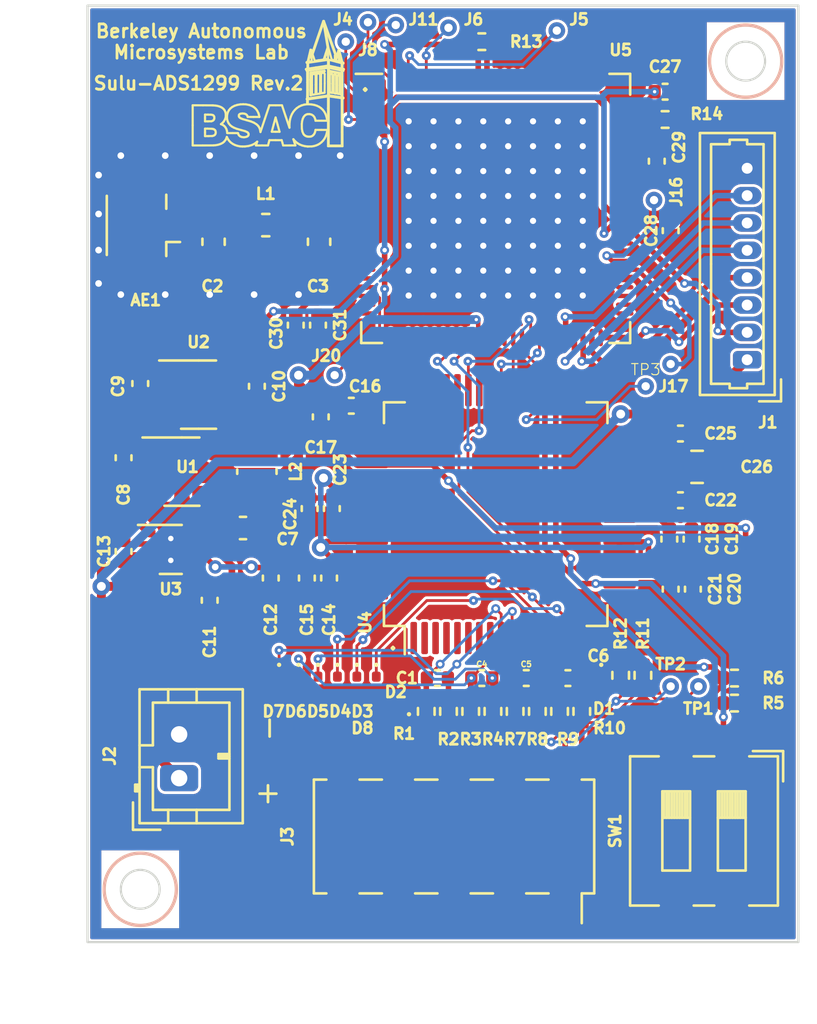
<source format=kicad_pcb>
(kicad_pcb (version 20211014) (generator pcbnew)
  (layers (0 "F.Cu" signal) (31 "B.Cu" signal) (34 "B.Paste" user) (35 "F.Paste" user) (36 "B.SilkS" user "B.Silkscreen") (37 "F.SilkS" user "F.Silkscreen") (38 "B.Mask" user) (39 "F.Mask" user) (44 "Edge.Cuts" user))
  (net 0 "")
  (net 1 "GND")
  (net 2 "+VDDAO")
  (net 3 "+EXT_BAT")
  (net 4 "Net-(AE1-Pad1)")
  (net 5 "Net-(C13-Pad1)")
  (net 6 "+5V_REG")
  (net 7 "+1.8V_REG")
  (net 8 "/ADS1299/VREFP")
  (net 9 "/ADS1299/VCAP4")
  (net 10 "/ADS1299/VCAP3")
  (net 11 "/ADS1299/VCAP2")
  (net 12 "/ADS1299/VCAP1")
  (net 13 "+1.1V_REG")
  (net 14 "Net-(C13-Pad2)")
  (net 15 "Net-(C29-Pad1)")
  (net 16 "Net-(C30-Pad1)")
  (net 17 "/ADS_IN2N")
  (net 18 "/ADS_IN2P")
  (net 19 "/ADS_IN1N")
  (net 20 "/ADS_IN1P")
  (net 21 "/ADS_IN4N")
  (net 22 "/ADS_IN4P")
  (net 23 "/ADS_IN3N")
  (net 24 "/ADS_IN3P")
  (net 25 "/SCuM-3C/ANTENNA")
  (net 26 "/~{ADS_PWDN}")
  (net 27 "/HARD_RESET")
  (net 28 "/3WB_DATA")
  (net 29 "/3WB_ENB")
  (net 30 "/3WB_CLK")
  (net 31 "/RsRx")
  (net 32 "/RsTx")
  (net 33 "/ADS_IN1P_CONN")
  (net 34 "/ADS_IN1N_CONN")
  (net 35 "/ADS_IN2P_CONN")
  (net 36 "/ADS_IN2N_CONN")
  (net 37 "/ADS_IN3P_CONN")
  (net 38 "/ADS_IN3N_CONN")
  (net 39 "/ADS_IN4P_CONN")
  (net 40 "/ADS_IN4N_CONN")
  (net 41 "/ADS_GPIO1")
  (net 42 "/ADS_GPIO3")
  (net 43 "/ADS_GPIO2")
  (net 44 "/ADS_GPIO4")
  (net 45 "Net-(J8-Pad1)")
  (net 47 "Net-(J11-Pad1)")
  (net 48 "Net-(J16-Pad1)")
  (net 49 "Net-(J17-Pad1)")
  (net 52 "Net-(J20-Pad1)")
  (net 53 "Net-(C31-Pad1)")
  (net 54 "Net-(J4-Pad1)")
  (net 55 "Net-(J5-Pad1)")
  (net 56 "Net-(J6-Pad1)")
  (net 57 "Net-(L2-Pad2)")
  (net 58 "/SCUM_GPIO7")
  (net 59 "/~{ADS_RESET}")
  (net 61 "Net-(R13-Pad2)")
  (net 62 "/SCUM_GPIO15")
  (net 63 "/SCUM_GPIO0")
  (net 64 "/SCUM_GPIO1")
  (net 65 "/SCUM_GPIO2")
  (net 66 "/SCUM_GPIO3")
  (net 67 "/SCUM_GPIO4")
  (net 68 "/SCUM_GPIO5")
  (net 69 "/SCUM_GPIO6")
  (net 70 "/SCUM_GPIO8")
  (net 71 "/SCUM_GPIO9")
  (net 72 "/SCUM_GPIO10")
  (net 73 "/SCUM_GPIO11")
  (net 74 "/SCUM_GPIO12")
  (net 75 "/SCUM_GPIO13")
  (net 76 "/SCUM_GPIO14")
  (net 98 "+VDD25")
  (net 108 "/SENSOR_LDO_OUTPUT")
  (net 109 "/SENSOR_EXT_IN")
  (net 133 "Net-(R14-Pad1)")
  (net 134 "Net-(TP3-Pad1)")
  (footprint "Diode_SMD:D_0201_0603Metric" (layer "F.Cu") (at 108.458 82.042 -90)
    (fp_text reference "D1")
    (fp_text value "GDZ5V1LP3-7")
  )
  (footprint "Capacitor_SMD:C_0402_1005Metric" (layer "F.Cu") (at 111.572 75.438 -90)
    (fp_text reference "C18")
    (fp_text value "0.1 uF")
  )
  (footprint "SCUM:through_hole" (layer "F.Cu") (at 99.06 51.943)
    (fp_text reference "J11")
    (fp_text value "through_hole" hide)
  )
  (footprint "Capacitor_SMD:C_0402_1005Metric" (layer "F.Cu") (at 105.029 81.786)
    (fp_text reference "C5")
    (fp_text value "3.3 uF")
  )
  (footprint "Capacitor_SMD:C_0402_1005Metric" (layer "F.Cu") (at 96.012 77.216 -90)
    (fp_text reference "C14")
    (fp_text value "1 uF")
  )
  (footprint "SCUM:through_hole" (layer "F.Cu") (at 112.903 82.169)
    (fp_text reference "TP1")
    (fp_text value "TestPoint" hide)
  )
  (footprint "Capacitor_SMD:C_0603_1608Metric" (layer "F.Cu") (at 95.555 61.849 90)
    (fp_text reference "C3")
    (fp_text value "NP")
  )
  (footprint "Capacitor_SMD:C_0402_1005Metric" (layer "F.Cu") (at 106.934 81.788)
    (fp_text reference "C6")
    (fp_text value "3.3 uF")
  )
  (footprint "Capacitor_SMD:C_0402_1005Metric" (layer "F.Cu") (at 92.71 68.453 -90)
    (fp_text reference "C10")
    (fp_text value "0.1 uF")
  )
  (footprint "SCUM:through_hole" (layer "F.Cu") (at 96.774 52.705)
    (fp_text reference "J8")
    (fp_text value "through_hole" hide)
  )
  (footprint "Capacitor_SMD:C_0402_1005Metric" (layer "F.Cu") (at 94.488 65.659 -90)
    (fp_text reference "C30")
    (fp_text value "NP")
  )
  (footprint "Resistor_SMD:R_0402_1005Metric" (layer "F.Cu") (at 107.569 83.31 90)
    (fp_text reference "R10")
    (fp_text value "200")
  )
  (footprint "Button_Switch_SMD:SW_DIP_SPSTx02_Slide_6.7x6.64mm_W6.73mm_P2.54mm_LowProfile_JPin" (layer "F.Cu") (at 113.157 88.773 -90)
    (fp_text reference "SW1")
    (fp_text value "SW_DIP_x02")
  )
  (footprint "Connector_JST:JST_PH_B2B-PH-K_1x02_P2.00mm_Vertical" (layer "F.Cu") (at 89.154 86.36 90)
    (fp_text reference "J2")
    (fp_text value "Conn_01x02")
  )
  (footprint "Molex Connectors:Molex_PicoBlade_53047-0810_1x08_P1.25mm_Vertical" (layer "F.Cu") (at 115.131 67.24 90)
    (fp_text reference "J1")
    (fp_text value "Conn_01x08")
  )
  (footprint "Capacitor_SMD:C_0402_1005Metric" (layer "F.Cu") (at 100.965 81.788)
    (fp_text reference "C1")
    (fp_text value "3.3 uF")
  )
  (footprint "SCUM:through_hole" (layer "F.Cu") (at 110.49 68.453)
    (fp_text reference "TP3")
    (fp_text value "TestPoint" hide)
  )
  (footprint "Capacitor_SMD:C_0603_1608Metric" (layer "F.Cu") (at 90.729 61.849 90)
    (fp_text reference "C2")
    (fp_text value "NP")
  )
  (footprint "Capacitor_SMD:C_0402_1005Metric" (layer "F.Cu") (at 95.504 65.659 -90)
    (fp_text reference "C31")
    (fp_text value "NP")
  )
  (footprint "Resistor_SMD:R_0402_1005Metric" (layer "F.Cu") (at 102.489 83.31 90)
    (fp_text reference "R3")
    (fp_text value "200")
  )
  (footprint "SCUM:through_hole" (layer "F.Cu") (at 96.266 67.945)
    (fp_text reference "J20")
    (fp_text value "through_hole" hide)
  )
  (footprint "Connector_Coaxial:U.FL_Hirose_U.FL-R-SMT-1_Vertical" (layer "F.Cu") (at 87.681 61.1 180)
    (fp_text reference "AE1")
    (fp_text value "FXP70.07.0053A")
  )
  (footprint "SCUM:QFN-100_EP_12x12_Pitch0.4mm_Margin0.25mm" (layer "F.Cu") (at 103.632 60.325)
    (fp_text reference "U5")
    (fp_text value "scum3")
  )
  (footprint "Capacitor_SMD:C_0402_1005Metric" (layer "F.Cu") (at 86.614 71.718 -90)
    (fp_text reference "C8")
    (fp_text value "4.7 uF")
  )
  (footprint "Resistor_SMD:R_0402_1005Metric" (layer "F.Cu") (at 110.363 81.661 -90)
    (fp_text reference "R11")
    (fp_text value "0")
  )
  (footprint "Capacitor_SMD:C_0402_1005Metric" (layer "F.Cu") (at 87.376 68.326 -90)
    (fp_text reference "C9")
    (fp_text value "0.1 uF")
  )
  (footprint "SCUM:through_hole" (layer "F.Cu") (at 97.79 51.816)
    (fp_text reference "J4")
    (fp_text value "through_hole" hide)
  )
  (footprint "Resistor_SMD:R_0402_1005Metric" (layer "F.Cu") (at 106.553 83.31 90)
    (fp_text reference "R9")
    (fp_text value "200")
  )
  (footprint "Resistor_SMD:R_0402_1005Metric" (layer "F.Cu") (at 100.457 83.31 90)
    (fp_text reference "R1")
    (fp_text value "200")
  )
  (footprint "Capacitor_SMD:C_0603_1608Metric" (layer "F.Cu") (at 92.075 74.93 180)
    (fp_text reference "C7")
    (fp_text value "22 uF")
  )
  (footprint "Inductor_SMD:L_Wuerth_MAPI-2010" (layer "F.Cu") (at 92.71 72.353 90)
    (fp_text reference "L2")
    (fp_text value "4.7 uH")
  )
  (footprint "Capacitor_SMD:C_0402_1005Metric" (layer "F.Cu") (at 94.996 77.216 -90)
    (fp_text reference "C15")
    (fp_text value "0.1 uF")
  )
  (footprint "Capacitor_SMD:C_0402_1005Metric" (layer "F.Cu") (at 112.649 77.724 -90)
    (fp_text reference "C20")
    (fp_text value "1 uF")
  )
  (footprint "Capacitor_SMD:C_0402_1005Metric" (layer "F.Cu") (at 112.08 70.612)
    (fp_text reference "C25")
    (fp_text value "1 uF")
  )
  (footprint "Resistor_SMD:R_0402_1005Metric" (layer "F.Cu") (at 101.473 83.31 90)
    (fp_text reference "R2")
    (fp_text value "200")
  )
  (footprint "SCUM:through_hole" (layer "F.Cu") (at 111.633 82.169)
    (fp_text reference "TP2")
    (fp_text value "TestPoint" hide)
  )
  (footprint "SCUM:through_hole" (layer "F.Cu") (at 106.426 52.197)
    (fp_text reference "J5")
    (fp_text value "through_hole" hide)
  )
  (footprint "Capacitor_SMD:C_0402_1005Metric" (layer "F.Cu") (at 102.997 81.786)
    (fp_text reference "C4")
    (fp_text value "3.3 uF")
  )
  (footprint "Capacitor_SMD:C_0402_1005Metric" (layer "F.Cu") (at 95.123 74.041 -90)
    (fp_text reference "C24")
    (fp_text value "0.1 uF")
  )
  (footprint "Diode_SMD:D_0201_0603Metric" (layer "F.Cu") (at 94.615 82.042 -90)
    (fp_text reference "D6")
    (fp_text value "GDZ5V1LP3-7")
  )
  (footprint "Resistor_SMD:R_0402_1005Metric" (layer "F.Cu") (at 114.554 81.788 180)
    (fp_text reference "R6")
    (fp_text value "10K")
  )
  (footprint "Resistor_SMD:R_0402_1005Metric" (layer "F.Cu") (at 111.379 56.261)
    (fp_text reference "R14")
    (fp_text value "NP")
  )
  (footprint "Capacitor_SMD:C_0402_1005Metric" (layer "F.Cu") (at 96.139 74.041 -90)
    (fp_text reference "C23")
    (fp_text value "1 uF")
  )
  (footprint "Diode_SMD:D_0201_0603Metric" (layer "F.Cu") (at 97.282 82.042 -90)
    (fp_text reference "D3")
    (fp_text value "GDZ5V1LP3-7")
  )
  (footprint "Inductor_SMD:L_0603_1608Metric" (layer "F.Cu") (at 93.1165 61.087)
    (fp_text reference "L1")
    (fp_text value "NP")
  )
  (footprint "Diode_SMD:D_0201_0603Metric" (layer "F.Cu") (at 98.806 83.439 180)
    (fp_text reference "D8")
    (fp_text value "GDZ5V1LP3-7")
  )
  (footprint "Capacitor_SMD:C_0402_1005Metric" (layer "F.Cu") (at 110.998 58.166 -90)
    (fp_text reference "C29")
    (fp_text value "NP")
  )
  (footprint "Resistor_SMD:R_0402_1005Metric" (layer "F.Cu") (at 114.554 82.931 180)
    (fp_text reference "R5")
    (fp_text value "10K")
  )
  (footprint "Resistor_SMD:R_0402_1005Metric" (layer "F.Cu") (at 104.521 83.31 90)
    (fp_text reference "R7")
    (fp_text value "200")
  )
  (footprint "Capacitor_SMD:C_0402_1005Metric" (layer "F.Cu") (at 111.633 61.341 -90)
    (fp_text reference "C28")
    (fp_text value "NP")
  )
  (footprint "SCUM:through_hole" (layer "F.Cu") (at 101.473 52.07)
    (fp_text reference "J6")
    (fp_text value "through_hole" hide)
  )
  (footprint "Capacitor_SMD:C_0402_1005Metric" (layer "F.Cu") (at 111.633 77.724 -90)
    (fp_text reference "C21")
    (fp_text value "0.1 uF")
  )
  (footprint "Package_TO_SOT_SMD:SOT-23-5" (layer "F.Cu") (at 90.043 68.834)
    (fp_text reference "U2")
    (fp_text value "TLV71311PDBV")
  )
  (footprint "SCUM:through_hole" (layer "F.Cu") (at 111.633 67.437)
    (fp_text reference "J17")
    (fp_text value "through_hole" hide)
  )
  (footprint "Capacitor_SMD:C_0402_1005Metric" (layer "F.Cu") (at 111.379 54.991)
    (fp_text reference "C27")
    (fp_text value "NP")
  )
  (footprint "Resistor_SMD:R_0402_1005Metric" (layer "F.Cu") (at 105.537 83.31 90)
    (fp_text reference "R8")
    (fp_text value "200")
  )
  (footprint "Package_QFP:TQFP-64_10x10mm_P0.5mm" (layer "F.Cu") (at 103.632 74.295 90)
    (fp_text reference "U4")
    (fp_text value "ADS1299_TQFP-64")
  )
  (footprint "Diode_SMD:D_0201_0603Metric" (layer "F.Cu") (at 96.393 82.042 -90)
    (fp_text reference "D4")
    (fp_text value "GDZ5V1LP3-7")
  )
  (footprint "Connector_PinSocket_2.54mm:PinSocket_2x05_P2.54mm_Vertical_SMD" (layer "F.Cu") (at 101.727 89.027 -90)
    (fp_text reference "J3")
    (fp_text value "Conn_02x05_Odd_Even")
  )
  (footprint "Capacitor_SMD:C_0402_1005Metric" (layer "F.Cu") (at 86.614 75.999 90)
    (fp_text reference "C13")
    (fp_text value "1 uF")
  )
  (footprint "Resistor_SMD:R_0402_1005Metric" (layer "F.Cu") (at 102.997 52.705)
    (fp_text reference "R13")
    (fp_text value "0 Ohm")
  )
  (footprint "Package_SON:WSON-8-1EP_2x2mm_P0.5mm_EP0.9x1.6mm_ThermalVias" (layer "F.Cu") (at 88.773 75.909)
    (fp_text reference "U3")
    (fp_text value "LM2775DSG")
  )
  (footprint "Capacitor_SMD:C_0402_1005Metric" (layer "F.Cu") (at 95.631 69.85 -90)
    (fp_text reference "C17")
    (fp_text value "1 uF")
  )
  (footprint "SCUM:through_hole" (layer "F.Cu") (at 110.871 59.944)
    (fp_text reference "J16")
    (fp_text value "through_hole" hide)
  )
  (footprint "Resistor_SMD:R_0402_1005Metric" (layer "F.Cu") (at 103.505 83.31 90)
    (fp_text reference "R4")
    (fp_text value "200")
  )
  (footprint "Diode_SMD:D_0201_0603Metric" (layer "F.Cu") (at 98.171 82.042 -90)
    (fp_text reference "D2")
    (fp_text value "GDZ5V1LP3-7")
  )
  (footprint "Package_TO_SOT_SMD:SOT-23-5" (layer "F.Cu") (at 89.281 72.353)
    (fp_text reference "U1")
    (fp_text value "TPS62222DDCT")
  )
  (footprint "Capacitor_SMD:C_0805_2012Metric" (layer "F.Cu") (at 112.842 72.136)
    (fp_text reference "C26")
    (fp_text value "100 uF")
  )
  (footprint "Capacitor_SMD:C_0402_1005Metric" (layer "F.Cu") (at 112.08 73.66)
    (fp_text reference "C22")
    (fp_text value "1 uF")
  )
  (footprint "Capacitor_SMD:C_0402_1005Metric" (layer "F.Cu") (at 97.028 69.342)
    (fp_text reference "C16")
    (fp_text value "0.1 uF")
  )
  (footprint "Capacitor_SMD:C_0402_1005Metric" (layer "F.Cu") (at 90.551 78.232 -90)
    (fp_text reference "C11")
    (fp_text value "10 uF")
  )
  (footprint "Capacitor_SMD:C_0402_1005Metric" (layer "F.Cu") (at 93.345 77.216 -90)
    (fp_text reference "C12")
    (fp_text value "10 uF")
  )
  (footprint "Diode_SMD:D_0201_0603Metric" (layer "F.Cu") (at 93.726 82.042 -90)
    (fp_text reference "D7")
    (fp_text value "GDZ5V1LP3-7")
  )
  (footprint "Resistor_SMD:R_0402_1005Metric" (layer "F.Cu") (at 109.347 81.661 -90)
    (fp_text reference "R12")
    (fp_text value "0")
  )
  (footprint "Diode_SMD:D_0201_0603Metric" (layer "F.Cu") (at 95.504 82.042 -90)
    (fp_text reference "D5")
    (fp_text value "GDZ5V1LP3-7")
  )
  (footprint "Capacitor_SMD:C_0402_1005Metric" (layer "F.Cu") (at 112.588 75.438 -90)
    (fp_text reference "C19")
    (fp_text value "10 uF")
  )
  (gr_circle (center 115.062 53.594) (end 116.713 53.594) (layer "B.SilkS") (width 0.15) (fill none))
  (gr_circle (center 87.376 91.44) (end 89.027 91.44) (layer "B.SilkS") (width 0.15) (fill none))
  (gr_line (start 95.024264 53.671455) (end 95.023669 53.806782) (layer "F.SilkS") (width 0.1))
  (gr_line (start 94.200501 56.634719) (end 94.028389 56.123654) (layer "F.SilkS") (width 0.1))
  (gr_line (start 95.003607 55.343858) (end 95.010444 55.345223) (layer "F.SilkS") (width 0.1))
  (gr_line (start 91.339547 56.772371) (end 91.31389 56.692658) (layer "F.SilkS") (width 0.1))
  (gr_line (start 91.467457 57.264007) (end 91.522238 57.3157) (layer "F.SilkS") (width 0.1))
  (gr_line (start 91.947206 56.002241) (end 91.994779 55.990698) (layer "F.SilkS") (width 0.1))
  (gr_line (start 90.749813 56.710255) (end 90.793609 56.742299) (layer "F.SilkS") (width 0.1))
  (gr_line (start 92.085662 55.564522) (end 91.957557 55.568808) (layer "F.SilkS") (width 0.1))
  (gr_line (start 95.010241 54.038965) (end 95.013501 54.56726) (layer "F.SilkS") (width 0.1))
  (gr_line (start 96.541396 54.167961) (end 96.540531 54.638922) (layer "F.SilkS") (width 0.1))
  (gr_line (start 95.495224 57.41475) (end 95.573969 57.371093) (layer "F.SilkS") (width 0.1))
  (gr_line (start 95.389812 56.741979) (end 95.382771 56.780194) (layer "F.SilkS") (width 0.1))
  (gr_line (start 95.084261 57.047332) (end 95.02854 57.042618) (layer "F.SilkS") (width 0.1))
  (gr_line (start 95.038572 55.452492) (end 95.039172 55.341407) (layer "F.SilkS") (width 0.1))
  (gr_line (start 96.590996 55.288134) (end 96.592386 55.753736) (layer "F.SilkS") (width 0.1))
  (gr_line (start 95.962858 56.285714) (end 95.943035 56.277898) (layer "F.SilkS") (width 0.1))
  (gr_line (start 96.663035 54.006643) (end 96.638388 53.996393) (layer "F.SilkS") (width 0.1))
  (gr_line (start 95.6447 54.633773) (end 95.646455 55.012467) (layer "F.SilkS") (width 0.1))
  (gr_line (start 92.811832 56.617089) (end 92.779269 56.567722) (layer "F.SilkS") (width 0.1))
  (gr_line (start 90.667141 57.01485) (end 90.667141 57.014847) (layer "F.SilkS") (width 0.1))
  (gr_line (start 95.442426 55.092331) (end 95.442425 55.092331) (layer "F.SilkS") (width 0.1))
  (gr_line (start 95.688583 54.131159) (end 95.668348 54.14668) (layer "F.SilkS") (width 0.1))
  (gr_line (start 95.991858 57.453615) (end 95.992648 56.327695) (layer "F.SilkS") (width 0.1))
  (gr_line (start 94.388176 57.174082) (end 94.472375 57.267709) (layer "F.SilkS") (width 0.1))
  (gr_line (start 95.806393 51.93865) (end 96.307258 53.33213) (layer "F.SilkS") (width 0.1))
  (gr_line (start 95.045316 55.301102) (end 95.046281 54.882045) (layer "F.SilkS") (width 0.1))
  (gr_line (start 96.384625 54.676192) (end 96.386645 55.070935) (layer "F.SilkS") (width 0.1))
  (gr_line (start 96.048115 54.615401) (end 96.05167 55.021874) (layer "F.SilkS") (width 0.1))
  (gr_line (start 96.240028 53.906422) (end 96.006657 53.854116) (layer "F.SilkS") (width 0.1))
  (gr_line (start 94.96903 53.980381) (end 95.016736 53.974302) (layer "F.SilkS") (width 0.1))
  (gr_line (start 96.004351 53.841882) (end 96.297649 53.902567) (layer "F.SilkS") (width 0.1))
  (gr_line (start 94.955119 53.960609) (end 94.955387 53.971827) (layer "F.SilkS") (width 0.1))
  (gr_line (start 94.903241 56.077347) (end 94.952917 56.042266) (layer "F.SilkS") (width 0.1))
  (gr_line (start 96.327613 54.232804) (end 96.300989 54.200147) (layer "F.SilkS") (width 0.1))
  (gr_line (start 95.859446 57.026707) (end 95.901239 56.903268) (layer "F.SilkS") (width 0.1))
  (gr_line (start 95.011251 55.20109) (end 95.004942 55.306812) (layer "F.SilkS") (width 0.1))
  (gr_line (start 95.154417 55.324647) (end 95.958252 55.207231) (layer "F.SilkS") (width 0.1))
  (gr_line (start 96.063181 54.068299) (end 96.304276 54.119887) (layer "F.SilkS") (width 0.1))
  (gr_line (start 95.588374 55.078292) (end 95.59817 55.072576) (layer "F.SilkS") (width 0.1))
  (gr_line (start 91.651005 56.630729) (end 91.787483 56.686223) (layer "F.SilkS") (width 0.1))
  (gr_line (start 95.45012 55.097988) (end 95.588374 55.078292) (layer "F.SilkS") (width 0.1))
  (gr_line (start 92.212023 55.568831) (end 92.085662 55.564522) (layer "F.SilkS") (width 0.1))
  (gr_line (start 93.250442 57.325683) (end 93.282537 57.204667) (layer "F.SilkS") (width 0.1))
  (gr_line (start 95.789333 55.902503) (end 95.72298 55.81603) (layer "F.SilkS") (width 0.1))
  (gr_line (start 95.256986 55.269634) (end 95.051465 55.299872) (layer "F.SilkS") (width 0.1))
  (gr_line (start 95.753952 51.826215) (end 95.770219 51.904865) (layer "F.SilkS") (width 0.1))
  (gr_line (start 94.672458 57.40521) (end 94.783833 57.449174) (layer "F.SilkS") (width 0.1))
  (gr_line (start 91.843377 56.881994) (end 91.5983 56.881994) (layer "F.SilkS") (width 0.1))
  (gr_line (start 90.823637 56.895054) (end 90.805807 56.940586) (layer "F.SilkS") (width 0.1))
  (gr_line (start 96.222743 54.246328) (end 96.222742 54.646447) (layer "F.SilkS") (width 0.1))
  (gr_line (start 96.099518 55.035768) (end 96.150653 55.044753) (layer "F.SilkS") (width 0.1))
  (gr_line (start 95.176926 53.073838) (end 95.162747 53.073588) (layer "F.SilkS") (width 0.1))
  (gr_line (start 92.739459 56.522079) (end 92.692401 56.480161) (layer "F.SilkS") (width 0.1))
  (gr_line (start 96.619042 55.296569) (end 96.636015 55.297854) (layer "F.SilkS") (width 0.1))
  (gr_line (start 95.412037 53.883254) (end 95.41204 53.883257) (layer "F.SilkS") (width 0.1))
  (gr_line (start 90.448447 56.679178) (end 90.651864 56.685304) (layer "F.SilkS") (width 0.1))
  (gr_line (start 94.983442 54.017573) (end 94.987717 54.030143) (layer "F.SilkS") (width 0.1))
  (gr_line (start 96.66418 53.69561) (end 96.667638 53.683697) (layer "F.SilkS") (width 0.1))
  (gr_line (start 92.782693 55.974626) (end 92.719943 55.849408) (layer "F.SilkS") (width 0.1))
  (gr_line (start 96.320691 55.2074) (end 96.030027 55.16357) (layer "F.SilkS") (width 0.1))
  (gr_line (start 96.05167 55.021874) (end 96.099522 55.035767) (layer "F.SilkS") (width 0.1))
  (gr_line (start 91.913859 56.164938) (end 91.89146 56.133594) (layer "F.SilkS") (width 0.1))
  (gr_line (start 92.285173 56.126572) (end 92.289247 56.144435) (layer "F.SilkS") (width 0.1))
  (gr_line (start 96.159543 55.043094) (end 96.163752 55.005211) (layer "F.SilkS") (width 0.1))
  (gr_line (start 92.309577 57.002624) (end 92.286672 57.024552) (layer "F.SilkS") (width 0.1))
  (gr_line (start 95.945797 52.97212) (end 95.857522 53.245715) (layer "F.SilkS") (width 0.1))
  (gr_line (start 90.774185 56.97542) (end 90.728164 57.00002) (layer "F.SilkS") (width 0.1))
  (gr_line (start 95.811316 54.184095) (end 95.806293 54.173223) (layer "F.SilkS") (width 0.1))
  (gr_line (start 93.87664 57.321082) (end 93.909742 57.441513) (layer "F.SilkS") (width 0.1))
  (gr_line (start 95.964591 53.841531) (end 95.964591 53.852336) (layer "F.SilkS") (width 0.1))
  (gr_line (start 91.431218 55.836331) (end 91.386259 55.919007) (layer "F.SilkS") (width 0.1))
  (gr_line (start 96.569974 54.152399) (end 96.563976 54.143821) (layer "F.SilkS") (width 0.1))
  (gr_line (start 96.222742 54.646447) (end 96.226772 55.050172) (layer "F.SilkS") (width 0.1))
  (gr_line (start 90.728164 57.00002) (end 90.667141 57.01485) (layer "F.SilkS") (width 0.1))
  (gr_line (start 95.350777 53.557738) (end 95.299865 53.40881) (layer "F.SilkS") (width 0.1))
  (gr_line (start 96.594841 56.836476) (end 96.595905 57.453615) (layer "F.SilkS") (width 0.1))
  (gr_line (start 96.305752 53.364724) (end 96.326496 53.364724) (layer "F.SilkS") (width 0.1))
  (gr_line (start 95.59817 55.072576) (end 95.602719 54.642194) (layer "F.SilkS") (width 0.1))
  (gr_line (start 94.531705 55.742885) (end 94.45069 55.819355) (layer "F.SilkS") (width 0.1))
  (gr_line (start 90.667141 57.014847) (end 90.489935 57.019653) (layer "F.SilkS") (width 0.1))
  (gr_line (start 96.616899 53.698935) (end 96.63363 53.70254) (layer "F.SilkS") (width 0.1))
  (gr_line (start 95.980344 52.98785) (end 95.893097 52.46352) (layer "F.SilkS") (width 0.1))
  (gr_line (start 91.089526 56.480656) (end 91.067393 56.473089) (layer "F.SilkS") (width 0.1))
  (gr_line (start 95.070492 53.624373) (end 95.063884 53.624717) (layer "F.SilkS") (width 0.1))
  (gr_line (start 95.023074 53.94211) (end 94.995415 53.94613) (layer "F.SilkS") (width 0.1))
  (gr_line (start 95.037972 55.563577) (end 95.038572 55.452492) (layer "F.SilkS") (width 0.1))
  (gr_line (start 96.05364 54.203405) (end 96.048715 54.214059) (layer "F.SilkS") (width 0.1))
  (gr_line (start 91.182181 55.775293) (end 91.119957 55.724533) (layer "F.SilkS") (width 0.1))
  (gr_line (start 95.811316 54.607557) (end 95.811316 54.184095) (layer "F.SilkS") (width 0.1))
  (gr_line (start 90.338344 56.037833) (end 90.477214 56.039058) (layer "F.SilkS") (width 0.1))
  (gr_line (start 95.02854 57.042618) (end 94.980551 57.030465) (layer "F.SilkS") (width 0.1))
  (gr_line (start 96.321831 53.573239) (end 96.447408 53.171517) (layer "F.SilkS") (width 0.1))
  (gr_line (start 96.054485 53.545828) (end 96.34375 53.622697) (layer "F.SilkS") (width 0.1))
  (gr_line (start 95.05185 53.976957) (end 95.05387 53.968588) (layer "F.SilkS") (width 0.1))
  (gr_line (start 95.442425 55.092331) (end 95.45012 55.097988) (layer "F.SilkS") (width 0.1))
  (gr_line (start 90.756666 56.123894) (end 90.764909 56.182598) (layer "F.SilkS") (width 0.1))
  (gr_line (start 96.305952 53.44943) (end 96.305752 53.364724) (layer "F.SilkS") (width 0.1))
  (gr_line (start 96.59082 54.639003) (end 96.589015 55.247593) (layer "F.SilkS") (width 0.1))
  (gr_line (start 92.02565 57.064476) (end 91.948415 57.034179) (layer "F.SilkS") (width 0.1))
  (gr_line (start 90.745407 56.265642) (end 90.716296 56.300832) (layer "F.SilkS") (width 0.1))
  (gr_line (start 93.282598 55.612005) (end 93.077834 56.222225) (layer "F.SilkS") (width 0.1))
  (gr_line (start 91.489639 56.521979) (end 91.561638 56.580001) (layer "F.SilkS") (width 0.1))
  (gr_line (start 95.964592 54.531792) (end 95.964592 55.164027) (layer "F.SilkS") (width 0.1))
  (gr_line (start 91.22991 55.835128) (end 91.182181 55.775293) (layer "F.SilkS") (width 0.1))
  (gr_line (start 95.79902 54.065098) (end 95.808002 54.056021) (layer "F.SilkS") (width 0.1))
  (gr_line (start 91.263903 55.905245) (end 91.22991 55.835128) (layer "F.SilkS") (width 0.1))
  (gr_line (start 93.56813 56.822068) (end 93.390692 56.819188) (layer "F.SilkS") (width 0.1))
  (gr_line (start 95.927472 56.301169) (end 95.94732 56.309742) (layer "F.SilkS") (width 0.1))
  (gr_line (start 92.497804 55.650223) (end 92.368041 55.599068) (layer "F.SilkS") (width 0.1))
  (gr_line (start 91.5983 56.881994) (end 91.353224 56.881994) (layer "F.SilkS") (width 0.1))
  (gr_line (start 95.644725 55.741946) (end 95.554745 55.68045) (layer "F.SilkS") (width 0.1))
  (gr_line (start 96.563976 54.143821) (end 96.067747 54.043675) (layer "F.SilkS") (width 0.1))
  (gr_line (start 95.441873 54.207352) (end 95.438111 54.256877) (layer "F.SilkS") (width 0.1))
  (gr_line (start 96.488892 54.006569) (end 96.588657 54.029492) (layer "F.SilkS") (width 0.1))
  (gr_line (start 91.891312 56.049569) (end 91.913024 56.02175) (layer "F.SilkS") (width 0.1))
  (gr_line (start 95.240758 55.129491) (end 95.252237 55.131166) (layer "F.SilkS") (width 0.1))
  (gr_line (start 95.931472 56.745437) (end 95.932787 56.736793) (layer "F.SilkS") (width 0.1))
  (gr_line (start 91.119957 55.724533) (end 91.061135 55.691087) (layer "F.SilkS") (width 0.1))
  (gr_line (start 91.522238 57.3157) (end 91.611295 57.379) (layer "F.SilkS") (width 0.1))
  (gr_line (start 95.885625 56.111831) (end 95.843607 56.001169) (layer "F.SilkS") (width 0.1))
  (gr_line (start 96.34375 53.622697) (end 96.584036 53.687361) (layer "F.SilkS") (width 0.1))
  (gr_line (start 95.395277 54.669819) (end 95.395277 54.235449) (layer "F.SilkS") (width 0.1))
  (gr_line (start 95.256986 55.269635) (end 95.256986 55.269634) (layer "F.SilkS") (width 0.1))
  (gr_line (start 92.601309 57.369479) (end 92.704119 57.290165) (layer "F.SilkS") (width 0.1))
  (gr_line (start 96.617537 53.969678) (end 96.622676 53.969551) (layer "F.SilkS") (width 0.1))
  (gr_line (start 94.227426 56.252998) (end 94.204986 56.385299) (layer "F.SilkS") (width 0.1))
  (gr_line (start 94.264057 56.127659) (end 94.227426 56.252998) (layer "F.SilkS") (width 0.1))
  (gr_line (start 92.162939 57.492993) (end 92.330245 57.471071) (layer "F.SilkS") (width 0.1))
  (gr_line (start 91.994779 55.990698) (end 92.056666 55.986778) (layer "F.SilkS") (width 0.1))
  (gr_line (start 96.589217 53.811804) (end 96.586337 53.933762) (layer "F.SilkS") (width 0.1))
  (gr_line (start 96.638388 53.996393) (end 96.618086 53.990077) (layer "F.SilkS") (width 0.1))
  (gr_line (start 96.419644 54.241086) (end 96.39038 54.275113) (layer "F.SilkS") (width 0.1))
  (gr_line (start 93.077834 56.222225) (end 92.872408 56.83326) (layer "F.SilkS") (width 0.1))
  (gr_line (start 91.949247 56.193038) (end 91.913859 56.164938) (layer "F.SilkS") (width 0.1))
  (gr_line (start 91.889388 56.984197) (end 91.853067 56.917179) (layer "F.SilkS") (width 0.1))
  (gr_line (start 92.695052 57.361995) (end 92.666528 57.4467) (layer "F.SilkS") (width 0.1))
  (gr_line (start 92.674982 55.789796) (end 92.622575 55.736373) (layer "F.SilkS") (width 0.1))
  (gr_line (start 96.544136 55.113155) (end 96.544123 55.113154) (layer "F.SilkS") (width 0.1))
  (gr_line (start 96.109084 54.163998) (end 96.086476 54.1685) (layer "F.SilkS") (width 0.1))
  (gr_line (start 95.156392 54.439744) (end 95.157877 54.947089) (layer "F.SilkS") (width 0.1))
  (gr_line (start 95.714558 54.123914) (end 95.688583 54.131159) (layer "F.SilkS") (width 0.1))
  (gr_line (start 96.385235 54.287816) (end 96.384625 54.676192) (layer "F.SilkS") (width 0.1))
  (gr_line (start 96.615078 53.636653) (end 96.543893 53.356698) (layer "F.SilkS") (width 0.1))
  (gr_line (start 94.792079 56.815757) (end 94.767068 56.684933) (layer "F.SilkS") (width 0.1))
  (gr_line (start 92.866007 56.787503) (end 92.855202 56.726982) (layer "F.SilkS") (width 0.1))
  (gr_line (start 96.622792 56.950569) (end 96.620292 55.858219) (layer "F.SilkS") (width 0.1))
  (gr_line (start 91.818622 57.464929) (end 91.939074 57.488463) (layer "F.SilkS") (width 0.1))
  (gr_line (start 96.26012 54.200347) (end 96.2429 54.212472) (layer "F.SilkS") (width 0.1))
  (gr_line (start 95.528256 53.557078) (end 95.528257 53.557077) (layer "F.SilkS") (width 0.1))
  (gr_line (start 95.515711 53.917692) (end 95.059341 53.984186) (layer "F.SilkS") (width 0.1))
  (gr_line (start 92.135009 55.992774) (end 92.198418 56.014779) (layer "F.SilkS") (width 0.1))
  (gr_line (start 96.667638 53.683697) (end 96.661588 53.670046) (layer "F.SilkS") (width 0.1))
  (gr_line (start 95.215813 56.039514) (end 95.288163 56.087261) (layer "F.SilkS") (width 0.1))
  (gr_line (start 96.589222 53.689596) (end 96.589222 53.811805) (layer "F.SilkS") (width 0.1))
  (gr_line (start 90.706033 56.063632) (end 90.730484 56.082275) (layer "F.SilkS") (width 0.1))
  (gr_line (start 96.632492 55.252377) (end 96.619239 55.249807) (layer "F.SilkS") (width 0.1))
  (gr_line (start 92.1721 56.794148) (end 92.262645 56.834224) (layer "F.SilkS") (width 0.1))
  (gr_line (start 96.619239 55.249807) (end 96.619238 54.890983) (layer "F.SilkS") (width 0.1))
  (gr_line (start 95.009473 53.672835) (end 95.024264 53.671455) (layer "F.SilkS") (width 0.1))
  (gr_line (start 96.620292 55.858219) (end 96.619042 55.296569) (layer "F.SilkS") (width 0.1))
  (gr_line (start 91.061135 55.691087) (end 90.993498 55.663654) (layer "F.SilkS") (width 0.1))
  (gr_line (start 95.390837 55.108208) (end 95.395277 54.669819) (layer "F.SilkS") (width 0.1))
  (gr_line (start 96.589271 53.640717) (end 96.586316 53.645707) (layer "F.SilkS") (width 0.1))
  (gr_line (start 91.386259 55.919007) (end 91.357026 56.011075) (layer "F.SilkS") (width 0.1))
  (gr_line (start 91.31389 56.692658) (end 91.274824 56.621328) (layer "F.SilkS") (width 0.1))
  (gr_line (start 92.262645 56.834224) (end 92.293927 56.857608) (layer "F.SilkS") (width 0.1))
  (gr_line (start 96.666788 55.285495) (end 96.666018 55.269015) (layer "F.SilkS") (width 0.1))
  (gr_line (start 90.826824 56.840746) (end 90.823637 56.895054) (layer "F.SilkS") (width 0.1))
  (gr_line (start 92.316336 56.885012) (end 92.329056 56.915099) (layer "F.SilkS") (width 0.1))
  (gr_line (start 95.515711 53.917692) (end 95.515711 53.917692) (layer "F.SilkS") (width 0.1))
  (gr_line (start 94.897513 56.986409) (end 94.86382 56.95446) (layer "F.SilkS") (width 0.1))
  (gr_line (start 95.883192 53.505086) (end 95.79995 53.516827) (layer "F.SilkS") (width 0.1))
  (gr_line (start 92.270591 56.086813) (end 92.285173 56.126572) (layer "F.SilkS") (width 0.1))
  (gr_line (start 96.278042 53.449985) (end 96.278042 53.449983) (layer "F.SilkS") (width 0.1))
  (gr_line (start 96.526988 53.970717) (end 96.240028 53.906422) (layer "F.SilkS") (width 0.1))
  (gr_line (start 90.730484 56.082275) (end 90.756666 56.123894) (layer "F.SilkS") (width 0.1))
  (gr_line (start 90.762569 56.221054) (end 90.745407 56.265642) (layer "F.SilkS") (width 0.1))
  (gr_line (start 95.798636 54.034778) (end 95.478263 54.075516) (layer "F.SilkS") (width 0.1))
  (gr_line (start 91.853067 56.917179) (end 91.844684 56.888333) (layer "F.SilkS") (width 0.1))
  (gr_line (start 95.023669 53.806782) (end 95.023074 53.94211) (layer "F.SilkS") (width 0.1))
  (gr_line (start 96.386645 55.070935) (end 96.394222 55.078116) (layer "F.SilkS") (width 0.1))
  (gr_line (start 95.570884 54.17105) (end 95.532178 54.155031) (layer "F.SilkS") (width 0.1))
  (gr_line (start 95.004942 55.306812) (end 94.996124 55.311732) (layer "F.SilkS") (width 0.1))
  (gr_line (start 90.338388 56.849927) (end 90.338388 56.679166) (layer "F.SilkS") (width 0.1))
  (gr_line (start 91.357026 56.011075) (end 91.343473 56.112641) (layer "F.SilkS") (width 0.1))
  (gr_line (start 94.995415 53.94613) (end 94.962524 53.95244) (layer "F.SilkS") (width 0.1))
  (gr_line (start 91.377509 57.14207) (end 91.418661 57.205381) (layer "F.SilkS") (width 0.1))
  (gr_line (start 95.360779 53.581363) (end 95.350777 53.557738) (layer "F.SilkS") (width 0.1))
  (gr_line (start 89.773662 55.611828) (end 89.773662 56.529263) (layer "F.SilkS") (width 0.1))
  (gr_line (start 95.902744 53.188855) (end 95.953138 53.040189) (layer "F.SilkS") (width 0.1))
  (gr_line (start 95.772105 51.758957) (end 95.759435 51.758133) (layer "F.SilkS") (width 0.1))
  (gr_line (start 95.964592 53.899557) (end 95.964592 54.531792) (layer "F.SilkS") (width 0.1))
  (gr_line (start 95.059341 53.984186) (end 95.052861 53.984039) (layer "F.SilkS") (width 0.1))
  (gr_line (start 96.56473 55.112119) (end 96.570074 54.633206) (layer "F.SilkS") (width 0.1))
  (gr_line (start 95.009844 55.45499) (end 95.009244 55.564756) (layer "F.SilkS") (width 0.1))
  (gr_line (start 96.163959 54.220974) (end 96.158635 54.205271) (layer "F.SilkS") (width 0.1))
  (gr_line (start 95.012723 56.019577) (end 95.066604 56.013683) (layer "F.SilkS") (width 0.1))
  (gr_line (start 96.624042 57.481274) (end 96.622792 56.950569) (layer "F.SilkS") (width 0.1))
  (gr_line (start 95.966899 53.799413) (end 95.864907 53.814801) (layer "F.SilkS") (width 0.1))
  (gr_line (start 95.052764 53.666648) (end 95.957884 53.534014) (layer "F.SilkS") (width 0.1))
  (gr_line (start 96.163752 55.005211) (end 96.164574 54.62756) (layer "F.SilkS") (width 0.1))
  (gr_line (start 95.646335 54.201147) (end 95.6447 54.633773) (layer "F.SilkS") (width 0.1))
  (gr_line (start 95.320106 57.474542) (end 95.410621 57.449227) (layer "F.SilkS") (width 0.1))
  (gr_line (start 95.390817 56.736793) (end 95.389812 56.741979) (layer "F.SilkS") (width 0.1))
  (gr_line (start 96.448598 53.180504) (end 96.455612 53.390038) (layer "F.SilkS") (width 0.1))
  (gr_line (start 96.493261 55.058784) (end 96.494702 54.696999) (layer "F.SilkS") (width 0.1))
  (gr_line (start 90.616804 56.041907) (end 90.673574 56.051188) (layer "F.SilkS") (width 0.1))
  (gr_line (start 95.825412 53.428665) (end 95.902744 53.188855) (layer "F.SilkS") (width 0.1))
  (gr_line (start 90.673574 56.051188) (end 90.706033 56.063632) (layer "F.SilkS") (width 0.1))
  (gr_line (start 96.534461 53.428613) (end 96.589272 53.640716) (layer "F.SilkS") (width 0.1))
  (gr_line (start 95.162652 55.149538) (end 95.162657 55.149536) (layer "F.SilkS") (width 0.1))
  (gr_line (start 95.901239 56.903268) (end 95.927652 56.773672) (layer "F.SilkS") (width 0.1))
  (gr_line (start 91.010348 57.392754) (end 91.086303 57.361432) (layer "F.SilkS") (width 0.1))
  (gr_line (start 91.42061 56.439157) (end 91.489639 56.521979) (layer "F.SilkS") (width 0.1))
  (gr_line (start 90.793609 56.742299) (end 90.819251 56.788286) (layer "F.SilkS") (width 0.1))
  (gr_line (start 95.346511 56.893835) (end 95.318818 56.940241) (layer "F.SilkS") (width 0.1))
  (gr_line (start 90.624321 56.341196) (end 90.624321 56.341194) (layer "F.SilkS") (width 0.1))
  (gr_line (start 95.790979 54.15124) (end 95.76908 54.134885) (layer "F.SilkS") (width 0.1))
  (gr_line (start 95.097722 53.351162) (end 95.032765 53.628938) (layer "F.SilkS") (width 0.1))
  (gr_line (start 96.304276 54.119887) (end 96.541396 54.167961) (layer "F.SilkS") (width 0.1))
  (gr_line (start 92.286672 57.024552) (end 92.254876 57.043481) (layer "F.SilkS") (width 0.1))
  (gr_line (start 91.995588 56.744836) (end 92.1721 56.794148) (layer "F.SilkS") (width 0.1))
  (gr_line (start 91.274824 56.621328) (end 91.223512 56.561371) (layer "F.SilkS") (width 0.1))
  (gr_line (start 96.592386 55.753736) (end 96.594841 56.836476) (layer "F.SilkS") (width 0.1))
  (gr_line (start 96.488667 55.094281) (end 96.493261 55.058784) (layer "F.SilkS") (width 0.1))
  (gr_line (start 96.39038 54.275113) (end 96.385235 54.287816) (layer "F.SilkS") (width 0.1))
  (gr_line (start 95.288884 54.179148) (end 95.261929 54.191982) (layer "F.SilkS") (width 0.1))
  (gr_line (start 96.00181 53.89835) (end 96.488892 54.006569) (layer "F.SilkS") (width 0.1))
  (gr_line (start 96.435838 55.08773) (end 96.479031 55.09543) (layer "F.SilkS") (width 0.1))
  (gr_line (start 95.883192 53.505086) (end 95.883192 53.505086) (layer "F.SilkS") (width 0.1))
  (gr_line (start 96.129559 54.16745) (end 96.109084 54.163998) (layer "F.SilkS") (width 0.1))
  (gr_line (start 96.595905 57.453615) (end 96.293881 57.453615) (layer "F.SilkS") (width 0.1))
  (gr_line (start 90.624321 56.341194) (end 90.470469 56.344919) (layer "F.SilkS") (width 0.1))
  (gr_line (start 95.012544 53.632538) (end 94.98796 53.640498) (layer "F.SilkS") (width 0.1))
  (gr_line (start 96.164574 54.62756) (end 96.163959 54.220974) (layer "F.SilkS") (width 0.1))
  (gr_line (start 96.435835 55.087731) (end 96.435838 55.08773) (layer "F.SilkS") (width 0.1))
  (gr_line (start 96.057804 54.060366) (end 96.063181 54.068299) (layer "F.SilkS") (width 0.1))
  (gr_line (start 96.494702 54.696999) (end 96.492332 54.293578) (layer "F.SilkS") (width 0.1))
  (gr_line (start 94.763544 56.463663) (end 94.779225 56.334989) (layer "F.SilkS") (width 0.1))
  (gr_line (start 90.916428 55.642027) (end 90.829308 55.625995) (layer "F.SilkS") (width 0.1))
  (gr_line (start 95.494938 52.496363) (end 95.240958 53.233353) (layer "F.SilkS") (width 0.1))
  (gr_line (start 95.857522 53.245715) (end 95.767793 53.520765) (layer "F.SilkS") (width 0.1))
  (gr_line (start 91.353224 56.881994) (end 91.35173 56.855834) (layer "F.SilkS") (width 0.1))
  (gr_line (start 95.388434 56.290797) (end 95.392044 56.312117) (layer "F.SilkS") (width 0.1))
  (gr_line (start 94.198581 56.582354) (end 94.200501 56.634719) (layer "F.SilkS") (width 0.1))
  (gr_line (start 96.615778 53.651506) (end 96.615078 53.636653) (layer "F.SilkS") (width 0.1))
  (gr_line (start 95.067381 55.563577) (end 95.037972 55.563577) (layer "F.SilkS") (width 0.1))
  (gr_line (start 93.282537 57.204667) (end 93.563689 57.205252) (layer "F.SilkS") (width 0.1))
  (gr_line (start 95.668348 54.14668) (end 95.654162 54.170126) (layer "F.SilkS") (width 0.1))
  (gr_line (start 96.619238 54.890983) (end 96.617703 54.284593) (layer "F.SilkS") (width 0.1))
  (gr_line (start 96.37706 53.308591) (end 96.307087 53.53183) (layer "F.SilkS") (width 0.1))
  (gr_line (start 95.410621 57.449227) (end 95.495224 57.41475) (layer "F.SilkS") (width 0.1))
  (gr_line (start 96.466451 54.243353) (end 96.441863 54.237206) (layer "F.SilkS") (width 0.1))
  (gr_line (start 96.293292 53.337045) (end 96.278042 53.337045) (layer "F.SilkS") (width 0.1))
  (gr_line (start 95.013501 54.56726) (end 95.011251 55.20109) (layer "F.SilkS") (width 0.1))
  (gr_line (start 95.464647 54.172126) (end 95.449549 54.190628) (layer "F.SilkS") (width 0.1))
  (gr_line (start 95.72298 55.81603) (end 95.644725 55.741946) (layer "F.SilkS") (width 0.1))
  (gr_line (start 95.927652 56.773672) (end 95.931472 56.745437) (layer "F.SilkS") (width 0.1))
  (gr_line (start 96.492332 54.293578) (end 96.482516 54.263287) (layer "F.SilkS") (width 0.1))
  (gr_line (start 95.172716 53.150855) (end 95.190035 53.265593) (layer "F.SilkS") (width 0.1))
  (gr_line (start 95.806293 54.173223) (end 95.790979 54.15124) (layer "F.SilkS") (width 0.1))
  (gr_line (start 96.656177 55.258924) (end 96.632492 55.252377) (layer "F.SilkS") (width 0.1))
  (gr_line (start 95.189385 54.149081) (end 95.19841 54.147666) (layer "F.SilkS") (width 0.1))
  (gr_line (start 96.491919 53.615766) (end 96.4789 53.228256) (layer "F.SilkS") (width 0.1))
  (gr_line (start 94.936369 57.011656) (end 94.897513 56.986409) (layer "F.SilkS") (width 0.1))
  (gr_line (start 96.455612 53.390038) (end 96.455612 53.390038) (layer "F.SilkS") (width 0.1))
  (gr_line (start 95.656806 55.058823) (end 95.656809 55.058824) (layer "F.SilkS") (width 0.1))
  (gr_line (start 95.206163 55.572228) (end 95.067381 55.563577) (layer "F.SilkS") (width 0.1))
  (gr_line (start 91.161298 56.514057) (end 91.089526 56.480656) (layer "F.SilkS") (width 0.1))
  (gr_line (start 96.636015 55.297854) (end 96.657122 55.296559) (layer "F.SilkS") (width 0.1))
  (gr_line (start 94.313722 56.012506) (end 94.264057 56.127659) (layer "F.SilkS") (width 0.1))
  (gr_line (start 93.746571 56.822068) (end 93.56813 56.822068) (layer "F.SilkS") (width 0.1))
  (gr_line (start 95.41204 53.883257) (end 95.056509 53.936322) (layer "F.SilkS") (width 0.1))
  (gr_line (start 91.197316 56.348951) (end 91.25272 56.253748) (layer "F.SilkS") (width 0.1))
  (gr_line (start 95.162657 55.149536) (end 95.1732 55.155454) (layer "F.SilkS") (width 0.1))
  (gr_line (start 95.190035 53.265593) (end 95.222027 53.600937) (layer "F.SilkS") (width 0.1))
  (gr_line (start 92.725259 57.27268) (end 92.695052 57.361995) (layer "F.SilkS") (width 0.1))
  (gr_line (start 96.666018 55.269015) (end 96.656177 55.258924) (layer "F.SilkS") (width 0.1))
  (gr_line (start 93.390692 56.819188) (end 93.477894 56.490808) (layer "F.SilkS") (width 0.1))
  (gr_line (start 92.064733 56.24314) (end 91.99906 56.218802) (layer "F.SilkS") (width 0.1))
  (gr_line (start 96.297649 53.902567) (end 96.588067 53.963189) (layer "F.SilkS") (width 0.1))
  (gr_line (start 96.294343 57.481274) (end 96.624042 57.481274) (layer "F.SilkS") (width 0.1))
  (gr_line (start 95.996553 55.20058) (end 96.295331 55.24376) (layer "F.SilkS") (width 0.1))
  (gr_line (start 95.964645 57.481274) (end 96.294343 57.481274) (layer "F.SilkS") (width 0.1))
  (gr_line (start 95.958252 55.207231) (end 95.964591 55.205951) (layer "F.SilkS") (width 0.1))
  (gr_line (start 95.010444 55.345223) (end 95.009844 55.45499) (layer "F.SilkS") (width 0.1))
  (gr_line (start 91.580641 55.690846) (end 91.491949 55.762939) (layer "F.SilkS") (width 0.1))
  (gr_line (start 95.016736 53.974302) (end 95.023196 53.974284) (layer "F.SilkS") (width 0.1))
  (gr_line (start 95.964645 56.899794) (end 95.964645 57.481274) (layer "F.SilkS") (width 0.1))
  (gr_line (start 95.646455 55.012467) (end 95.649879 55.053402) (layer "F.SilkS") (width 0.1))
  (gr_line (start 95.964591 55.745346) (end 95.964588 55.745334) (layer "F.SilkS") (width 0.1))
  (gr_line (start 93.477894 56.490808) (end 93.565847 56.169275) (layer "F.SilkS") (width 0.1))
  (gr_line (start 92.476526 57.42984) (end 92.601309 57.369479) (layer "F.SilkS") (width 0.1))
  (gr_line (start 95.063884 53.624717) (end 95.064009 53.619142) (layer "F.SilkS") (width 0.1))
  (gr_line (start 96.226772 55.050172) (end 96.275751 55.062975) (layer "F.SilkS") (width 0.1))
  (gr_line (start 95.379115 56.24847) (end 95.388434 56.290797) (layer "F.SilkS") (width 0.1))
  (gr_line (start 95.003045 53.992741) (end 94.987987 54.001515) (layer "F.SilkS") (width 0.1))
  (gr_line (start 95.926461 56.309236) (end 95.927472 56.301169) (layer "F.SilkS") (width 0.1))
  (gr_line (start 95.19091 54.645601) (end 95.189385 54.149081) (layer "F.SilkS") (width 0.1))
  (gr_line (start 89.773662 57.446698) (end 90.230648 57.446698) (layer "F.SilkS") (width 0.1))
  (gr_line (start 92.576553 56.407511) (end 92.438554 56.350181) (layer "F.SilkS") (width 0.1))
  (gr_line (start 91.709726 57.428592) (end 91.818622 57.464929) (layer "F.SilkS") (width 0.1))
  (gr_line (start 95.964645 56.318314) (end 95.964645 56.899794) (layer "F.SilkS") (width 0.1))
  (gr_line (start 95.554745 55.68045) (end 95.45322 55.631738) (layer "F.SilkS") (width 0.1))
  (gr_line (start 96.544123 55.113154) (end 96.56473 55.112119) (layer "F.SilkS") (width 0.1))
  (gr_line (start 92.806378 56.05404) (end 92.782693 55.974626) (layer "F.SilkS") (width 0.1))
  (gr_line (start 96.618086 53.990077) (end 96.617371 53.979058) (layer "F.SilkS") (width 0.1))
  (gr_line (start 92.240199 56.045231) (end 92.270591 56.086813) (layer "F.SilkS") (width 0.1))
  (gr_line (start 95.76908 54.134885) (end 95.742853 54.125372) (layer "F.SilkS") (width 0.1))
  (gr_line (start 95.343034 56.157317) (end 95.379115 56.24847) (layer "F.SilkS") (width 0.1))
  (gr_line (start 91.155048 57.321994) (end 91.213893 57.272727) (layer "F.SilkS") (width 0.1))
  (gr_line (start 95.243603 57.011734) (end 95.197858 57.033395) (layer "F.SilkS") (width 0.1))
  (gr_line (start 95.036091 57.495046) (end 95.036115 57.495048) (layer "F.SilkS") (width 0.1))
  (gr_line (start 96.455612 53.390038) (end 96.461953 53.601032) (layer "F.SilkS") (width 0.1))
  (gr_line (start 95.923112 56.268405) (end 95.91521 56.234292) (layer "F.SilkS") (width 0.1))
  (gr_line (start 90.724473 57.444368) (end 90.830417 57.433996) (layer "F.SilkS") (width 0.1))
  (gr_line (start 96.062858 52.569094) (end 95.776784 51.769569) (layer "F.SilkS") (width 0.1))
  (gr_line (start 95.231443 54.249785) (end 95.229373 54.688869) (layer "F.SilkS") (width 0.1))
  (gr_line (start 92.198418 56.014779) (end 92.240199 56.045231) (layer "F.SilkS") (width 0.1))
  (gr_line (start 96.63767 53.658965) (end 96.615778 53.651506) (layer "F.SilkS") (width 0.1))
  (gr_line (start 90.819251 56.788286) (end 90.826824 56.840746) (layer "F.SilkS") (width 0.1))
  (gr_line (start 96.067747 54.043675) (end 96.057804 54.060366) (layer "F.SilkS") (width 0.1))
  (gr_line (start 91.418661 57.205381) (end 91.467457 57.264007) (layer "F.SilkS") (width 0.1))
  (gr_line (start 96.614994 53.817511) (end 96.616899 53.698935) (layer "F.SilkS") (width 0.1))
  (gr_line (start 96.570074 54.633206) (end 96.569974 54.152399) (layer "F.SilkS") (width 0.1))
  (gr_line (start 91.343473 56.112641) (end 91.347468 56.234321) (layer "F.SilkS") (width 0.1))
  (gr_line (start 90.696256 55.614804) (end 90.246743 55.612638) (layer "F.SilkS") (width 0.1))
  (gr_line (start 95.962319 53.324196) (end 95.963979 53.492813) (layer "F.SilkS") (width 0.1))
  (gr_line (start 91.067393 56.473089) (end 91.090679 56.455802) (layer "F.SilkS") (width 0.1))
  (gr_line (start 95.964591 55.205951) (end 95.964591 55.745346) (layer "F.SilkS") (width 0.1))
  (gr_line (start 96.540531 54.638922) (end 96.544136 55.113155) (layer "F.SilkS") (width 0.1))
  (gr_line (start 95.222027 53.600937) (end 95.149597 53.612524) (layer "F.SilkS") (width 0.1))
  (gr_line (start 92.045893 57.494493) (end 92.162939 57.492993) (layer "F.SilkS") (width 0.1))
  (gr_line (start 96.617371 53.979058) (end 96.617537 53.969678) (layer "F.SilkS") (width 0.1))
  (gr_line (start 91.281547 57.18836) (end 91.325971 57.088286) (layer "F.SilkS") (width 0.1))
  (gr_line (start 92.823478 56.144435) (end 92.821938 56.132335) (layer "F.SilkS") (width 0.1))
  (gr_line (start 96.668817 54.024502) (end 96.663035 54.006643) (layer "F.SilkS") (width 0.1))
  (gr_line (start 92.837143 56.670176) (end 92.811832 56.617089) (layer "F.SilkS") (width 0.1))
  (gr_line (start 91.345657 57.07632) (end 91.377509 57.14207) (layer "F.SilkS") (width 0.1))
  (gr_line (start 96.589222 53.811805) (end 96.589217 53.811804) (layer "F.SilkS") (width 0.1))
  (gr_line (start 96.004425 55.15972) (end 96.002715 54.529425) (layer "F.SilkS") (width 0.1))
  (gr_line (start 96.589272 53.640716) (end 96.589271 53.640717) (layer "F.SilkS") (width 0.1))
  (gr_line (start 95.602719 54.642194) (end 95.602718 54.216364) (layer "F.SilkS") (width 0.1))
  (gr_line (start 91.25272 56.253748) (end 91.284842 56.150189) (layer "F.SilkS") (width 0.1))
  (gr_line (start 96.538489 53.633434) (end 96.491919 53.615766) (layer "F.SilkS") (width 0.1))
  (gr_line (start 95.656809 55.058824) (end 95.667261 55.059649) (layer "F.SilkS") (width 0.1))
  (gr_line (start 92.821938 56.132335) (end 92.806378 56.05404) (layer "F.SilkS") (width 0.1))
  (gr_line (start 95.660548 56.317303) (end 95.927977 56.317303) (layer "F.SilkS") (width 0.1))
  (gr_line (start 96.274007 53.562652) (end 96.132457 53.52416) (layer "F.SilkS") (width 0.1))
  (gr_line (start 90.470469 56.344919) (end 90.338344 56.344919) (layer "F.SilkS") (width 0.1))
  (gr_line (start 90.764909 56.182598) (end 90.762569 56.221054) (layer "F.SilkS") (width 0.1))
  (gr_line (start 95.992648 56.327695) (end 95.996553 55.20058) (layer "F.SilkS") (width 0.1))
  (gr_line (start 96.006657 53.854116) (end 96.00147 53.847331) (layer "F.SilkS") (width 0.1))
  (gr_line (start 92.563318 55.689671) (end 92.497804 55.650223) (layer "F.SilkS") (width 0.1))
  (gr_line (start 95.367882 56.840376) (end 95.346511 56.893835) (layer "F.SilkS") (width 0.1))
  (gr_line (start 96.391554 53.594183) (end 96.321831 53.573239) (layer "F.SilkS") (width 0.1))
  (gr_line (start 95.191282 55.086407) (end 95.19091 54.645601) (layer "F.SilkS") (width 0.1))
  (gr_line (start 91.284917 55.986847) (end 91.263903 55.905245) (layer "F.SilkS") (width 0.1))
  (gr_line (start 96.326496 53.364724) (end 96.34724 53.362719) (layer "F.SilkS") (width 0.1))
  (gr_line (start 93.911047 57.446699) (end 94.191049 57.446699) (layer "F.SilkS") (width 0.1))
  (gr_line (start 95.900631 55.173789) (end 95.256986 55.269635) (layer "F.SilkS") (width 0.1))
  (gr_line (start 95.45322 55.631738) (end 95.340325 55.596007) (layer "F.SilkS") (width 0.1))
  (gr_line (start 95.438111 54.256877) (end 95.436768 54.657189) (layer "F.SilkS") (width 0.1))
  (gr_line (start 95.382771 56.780194) (end 95.367882 56.840376) (layer "F.SilkS") (width 0.1))
  (gr_line (start 95.232288 55.120992) (end 95.240759 55.12949) (layer "F.SilkS") (width 0.1))
  (gr_line (start 96.300989 54.200147) (end 96.26012 54.200347) (layer "F.SilkS") (width 0.1))
  (gr_line (start 96.278042 53.449983) (end 96.274007 53.562652) (layer "F.SilkS") (width 0.1))
  (gr_line (start 93.218348 57.4467) (end 93.250442 57.325683) (layer "F.SilkS") (width 0.1))
  (gr_line (start 95.960556 53.831673) (end 95.964591 53.841531) (layer "F.SilkS") (width 0.1))
  (gr_line (start 96.687331 53.969739) (end 96.685395 53.958631) (layer "F.SilkS") (width 0.1))
  (gr_line (start 95.602718 54.216364) (end 95.59599 54.202144) (layer "F.SilkS") (width 0.1))
  (gr_line (start 96.661588 53.670046) (end 96.63767 53.658965) (layer "F.SilkS") (width 0.1))
  (gr_line (start 94.472375 57.267709) (end 94.570651 57.347143) (layer "F.SilkS") (width 0.1))
  (gr_circle (center 115.062 53.594) (end 116.713 53.594) (layer "F.SilkS") (width 0.15) (fill none))
  (gr_line (start 94.980551 57.030465) (end 94.936369 57.011656) (layer "F.SilkS") (width 0.1))
  (gr_line (start 95.284965 56.979265) (end 95.243603 57.011734) (layer "F.SilkS") (width 0.1))
  (gr_line (start 95.767793 53.520765) (end 95.730043 53.527506) (layer "F.SilkS") (width 0.1))
  (gr_line (start 95.14549 57.045007) (end 95.084261 57.047332) (layer "F.SilkS") (width 0.1))
  (gr_line (start 95.064009 53.619142) (end 95.172716 53.150855) (layer "F.SilkS") (width 0.1))
  (gr_line (start 94.377561 57.161414) (end 94.388176 57.174082) (layer "F.SilkS") (width 0.1))
  (gr_line (start 96.333484 55.064545) (end 96.332854 54.654272) (layer "F.SilkS") (width 0.1))
  (gr_line (start 95.532178 54.155031) (end 95.484161 54.159721) (layer "F.SilkS") (width 0.1))
  (gr_line (start 91.325971 57.088286) (end 91.33554 57.057248) (layer "F.SilkS") (width 0.1))
  (gr_line (start 96.295331 55.24376) (end 96.590996 55.288134) (layer "F.SilkS") (width 0.1))
  (gr_line (start 95.189124 55.142968) (end 95.191282 55.086407) (layer "F.SilkS") (width 0.1))
  (gr_line (start 96.616168 54.037027) (end 96.624041 54.038782) (layer "F.SilkS") (width 0.1))
  (gr_line (start 95.318818 56.940241) (end 95.284965 56.979265) (layer "F.SilkS") (width 0.1))
  (gr_line (start 95.958253 53.900722) (end 95.964592 53.899557) (layer "F.SilkS") (width 0.1))
  (gr_line (start 96.34724 53.362719) (end 96.062858 52.569094) (layer "F.SilkS") (width 0.1))
  (gr_line (start 95.739404 57.224874) (end 95.805837 57.131198) (layer "F.SilkS") (width 0.1))
  (gr_line (start 95.484161 54.159721) (end 95.464647 54.172126) (layer "F.SilkS") (width 0.1))
  (gr_line (start 95.654162 54.170126) (end 95.646335 54.201147) (layer "F.SilkS") (width 0.1))
  (gr_line (start 95.737524 55.049489) (end 95.806671 55.035664) (layer "F.SilkS") (width 0.1))
  (gr_line (start 95.32227 54.178112) (end 95.288884 54.179148) (layer "F.SilkS") (width 0.1))
  (gr_line (start 95.108611 53.960559) (end 95.558927 53.892575) (layer "F.SilkS") (width 0.1))
  (gr_line (start 92.622575 55.736373) (end 92.563318 55.689671) (layer "F.SilkS") (width 0.1))
  (gr_line (start 95.634991 53.947948) (end 95.958253 53.900722) (layer "F.SilkS") (width 0.1))
  (gr_line (start 95.759435 51.758133) (end 95.747589 51.759363) (layer "F.SilkS") (width 0.1))
  (gr_line (start 95.770219 51.904865) (end 95.857307 52.43257) (layer "F.SilkS") (width 0.1))
  (gr_line (start 90.716296 56.300832) (end 90.675759 56.326169) (layer "F.SilkS") (width 0.1))
  (gr_line (start 92.368041 55.599068) (end 92.212023 55.568831) (layer "F.SilkS") (width 0.1))
  (gr_line (start 94.779225 56.334989) (end 94.80758 56.228142) (layer "F.SilkS") (width 0.1))
  (gr_line (start 96.00039 53.776127) (end 95.99961 53.63993) (layer "F.SilkS") (width 0.1))
  (gr_line (start 95.149597 53.612524) (end 95.149597 53.612524) (layer "F.SilkS") (width 0.1))
  (gr_line (start 95.927977 56.317303) (end 95.926461 56.309236) (layer "F.SilkS") (width 0.1))
  (gr_line (start 95.932787 56.736793) (end 95.661802 56.736793) (layer "F.SilkS") (width 0.1))
  (gr_line (start 96.588067 53.963189) (end 96.588802 53.971954) (layer "F.SilkS") (width 0.1))
  (gr_line (start 95.157877 54.947089) (end 95.162652 55.149538) (layer "F.SilkS") (width 0.1))
  (gr_circle (center 87.376 91.44) (end 89.027 91.44) (layer "F.SilkS") (width 0.15) (fill none))
  (gr_line (start 94.45069 55.819355) (end 94.375264 55.910764) (layer "F.SilkS") (width 0.1))
  (gr_line (start 94.835125 56.915545) (end 94.792079 56.815757) (layer "F.SilkS") (width 0.1))
  (gr_line (start 92.779269 56.567722) (end 92.739459 56.522079) (layer "F.SilkS") (width 0.1))
  (gr_line (start 96.543893 53.356698) (end 96.472856 53.090926) (layer "F.SilkS") (width 0.1))
  (gr_line (start 92.329056 56.915099) (end 92.331269 56.946532) (layer "F.SilkS") (width 0.1))
  (gr_line (start 95.000025 55.565316) (end 94.871845 55.582575) (layer "F.SilkS") (width 0.1))
  (gr_line (start 96.099522 55.035767) (end 96.099518 55.035768) (layer "F.SilkS") (width 0.1))
  (gr_line (start 95.94732 56.309742) (end 95.964645 56.318314) (layer "F.SilkS") (width 0.1))
  (gr_line (start 95.943035 56.277898) (end 95.923112 56.268405) (layer "F.SilkS") (width 0.1))
  (gr_line (start 92.289247 56.144435) (end 92.556362 56.144435) (layer "F.SilkS") (width 0.1))
  (gr_line (start 95.808002 54.056021) (end 95.807487 54.043145) (layer "F.SilkS") (width 0.1))
  (gr_line (start 92.056666 55.986778) (end 92.135009 55.992774) (layer "F.SilkS") (width 0.1))
  (gr_line (start 95.649879 55.053402) (end 95.656806 55.058823) (layer "F.SilkS") (width 0.1))
  (gr_line (start 95.322266 55.121144) (end 95.390837 55.108208) (layer "F.SilkS") (width 0.1))
  (gr_line (start 95.066604 56.013683) (end 95.127296 56.015292) (layer "F.SilkS") (width 0.1))
  (gr_line (start 96.617703 54.284593) (end 96.616168 54.037027) (layer "F.SilkS") (width 0.1))
  (gr_line (start 90.338344 56.191376) (end 90.338344 56.037833) (layer "F.SilkS") (width 0.1))
  (gr_line (start 95.256969 53.279275) (end 95.753952 51.826215) (layer "F.SilkS") (width 0.1))
  (gr_line (start 93.856794 55.612074) (end 93.569696 55.612039) (layer "F.SilkS") (width 0.1))
  (gr_line (start 92.556362 56.144435) (end 92.823478 56.144435) (layer "F.SilkS") (width 0.1))
  (gr_line (start 96.293881 57.453615) (end 95.991858 57.453615) (layer "F.SilkS") (width 0.1))
  (gr_line (start 92.330245 57.471071) (end 92.476526 57.42984) (layer "F.SilkS") (width 0.1))
  (gr_line (start 96.656717 54.040332) (end 96.668817 54.024502) (layer "F.SilkS") (width 0.1))
  (gr_line (start 89.773662 56.529263) (end 89.773662 57.446698) (layer "F.SilkS") (width 0.1))
  (gr_line (start 95.361562 54.192412) (end 95.32227 54.178112) (layer "F.SilkS") (width 0.1))
  (gr_line (start 95.558927 53.892575) (end 95.960556 53.831673) (layer "F.SilkS") (width 0.1))
  (gr_line (start 91.223512 56.561371) (end 91.161298 56.514057) (layer "F.SilkS") (width 0.1))
  (gr_line (start 91.913024 56.02175) (end 91.947206 56.002241) (layer "F.SilkS") (width 0.1))
  (gr_line (start 96.32217 55.07238) (end 96.328564 55.06858) (layer "F.SilkS") (width 0.1))
  (gr_line (start 96.472856 53.090926) (end 96.4468 53.086976) (layer "F.SilkS") (width 0.1))
  (gr_line (start 91.347468 56.234321) (end 91.3732 56.343216) (layer "F.SilkS") (width 0.1))
  (gr_line (start 94.996124 55.311732) (end 94.991172 55.330195) (layer "F.SilkS") (width 0.1))
  (gr_line (start 96.2429 54.212472) (end 96.229376 54.232498) (layer "F.SilkS") (width 0.1))
  (gr_line (start 95.730043 53.527506) (end 95.528256 53.557078) (layer "F.SilkS") (width 0.1))
  (gr_line (start 96.654222 53.703375) (end 96.66418 53.69561) (layer "F.SilkS") (width 0.1))
  (gr_line (start 91.89146 56.133594) (end 91.883798 56.091441) (layer "F.SilkS") (width 0.1))
  (gr_line (start 91.99906 56.218802) (end 91.949247 56.193038) (layer "F.SilkS") (width 0.1))
  (gr_line (start 94.848841 56.142476) (end 94.903241 56.077347) (layer "F.SilkS") (width 0.1))
  (gr_line (start 95.197858 57.033395) (end 95.14549 57.045007) (layer "F.SilkS") (width 0.1))
  (gr_line (start 90.830417 57.433996) (end 90.925381 57.416866) (layer "F.SilkS") (width 0.1))
  (gr_line (start 95.964592 55.164027) (end 95.900631 55.173789) (layer "F.SilkS") (width 0.1))
  (gr_line (start 91.957557 55.568808) (end 91.81264 55.594115) (layer "F.SilkS") (width 0.1))
  (gr_line (start 95.965374 53.598925) (end 95.966899 53.732252) (layer "F.SilkS") (width 0.1))
  (gr_line (start 93.844842 57.205837) (end 93.87664 57.321082) (layer "F.SilkS") (width 0.1))
  (gr_line (start 90.651864 56.685304) (end 90.70799 56.694805) (layer "F.SilkS") (width 0.1))
  (gr_line (start 90.338388 57.020688) (end 90.338388 56.849927) (layer "F.SilkS") (width 0.1))
  (gr_line (start 95.036115 57.495048) (end 95.223624 57.490714) (layer "F.SilkS") (width 0.1))
  (gr_line (start 96.292668 53.868649) (end 96.00188 53.803786) (layer "F.SilkS") (width 0.1))
  (gr_line (start 95.59599 54.202144) (end 95.570884 54.17105) (layer "F.SilkS") (width 0.1))
  (gr_line (start 94.80758 56.228142) (end 94.848841 56.142476) (layer "F.SilkS") (width 0.1))
  (gr_line (start 93.563689 57.205252) (end 93.844842 57.205837) (layer "F.SilkS") (width 0.1))
  (gr_line (start 95.046281 54.882045) (end 95.050186 54.03402) (layer "F.SilkS") (width 0.1))
  (gr_line (start 95.964591 53.852336) (end 95.515711 53.917692) (layer "F.SilkS") (width 0.1))
  (gr_line (start 95.19016 53.080867) (end 95.188271 53.075492) (layer "F.SilkS") (width 0.1))
  (gr_line (start 95.159277 54.12347) (end 95.156392 54.439744) (layer "F.SilkS") (width 0.1))
  (gr_line (start 94.991172 55.330195) (end 95.003607 55.343858) (layer "F.SilkS") (width 0.1))
  (gr_line (start 94.98871 53.668245) (end 95.009473 53.672835) (layer "F.SilkS") (width 0.1))
  (gr_line (start 94.987987 54.001515) (end 94.983442 54.017573) (layer "F.SilkS") (width 0.1))
  (gr_line (start 90.925381 57.416866) (end 91.010348 57.392754) (layer "F.SilkS") (width 0.1))
  (gr_line (start 96.588802 53.971954) (end 96.588804 53.971954) (layer "F.SilkS") (width 0.1))
  (gr_line (start 95.393119 56.317303) (end 95.660548 56.317303) (layer "F.SilkS") (width 0.1))
  (gr_line (start 95.963849 53.532759) (end 95.965374 53.598925) (layer "F.SilkS") (width 0.1))
  (gr_line (start 96.048715 54.214059) (end 96.048115 54.615401) (layer "F.SilkS") (width 0.1))
  (gr_line (start 96.624041 54.038782) (end 96.656717 54.040332) (layer "F.SilkS") (width 0.1))
  (gr_line (start 95.478263 54.075516) (end 95.159277 54.12347) (layer "F.SilkS") (width 0.1))
  (gr_line (start 95.032765 53.628938) (end 95.012544 53.632538) (layer "F.SilkS") (width 0.1))
  (gr_line (start 91.948415 57.034179) (end 91.889388 56.984197) (layer "F.SilkS") (width 0.1))
  (gr_line (start 90.489935 57.019653) (end 90.338388 57.020688) (layer "F.SilkS") (width 0.1))
  (gr_line (start 95.864907 53.814801) (end 95.412037 53.883254) (layer "F.SilkS") (width 0.1))
  (gr_line (start 95.776784 51.769569) (end 95.772105 51.758957) (layer "F.SilkS") (width 0.1))
  (gr_line (start 96.394222 55.078116) (end 96.435835 55.087731) (layer "F.SilkS") (width 0.1))
  (gr_line (start 95.039172 55.341407) (end 95.154417 55.324647) (layer "F.SilkS") (width 0.1))
  (gr_line (start 94.982634 53.654217) (end 94.98871 53.668245) (layer "F.SilkS") (width 0.1))
  (gr_line (start 95.807487 54.043145) (end 95.798636 54.034778) (layer "F.SilkS") (width 0.1))
  (gr_line (start 95.051465 55.299872) (end 95.045316 55.301102) (layer "F.SilkS") (width 0.1))
  (gr_line (start 96.4468 53.086976) (end 96.37706 53.308591) (layer "F.SilkS") (width 0.1))
  (gr_line (start 94.636854 55.671674) (end 94.531705 55.742885) (layer "F.SilkS") (width 0.1))
  (gr_line (start 94.904976 57.479098) (end 95.036091 57.495046) (layer "F.SilkS") (width 0.1))
  (gr_line (start 94.750511 55.618132) (end 94.636854 55.671674) (layer "F.SilkS") (width 0.1))
  (gr_line (start 96.150653 55.044753) (end 96.159543 55.043094) (layer "F.SilkS") (width 0.1))
  (gr_line (start 90.477214 56.039058) (end 90.616804 56.041907) (layer "F.SilkS") (width 0.1))
  (gr_line (start 96.158635 54.205271) (end 96.146468 54.182375) (layer "F.SilkS") (width 0.1))
  (gr_line (start 95.857307 52.43257) (end 95.945797 52.97212) (layer "F.SilkS") (width 0.1))
  (gr_line (start 90.246743 55.612638) (end 89.773662 55.611828) (layer "F.SilkS") (width 0.1))
  (gr_line (start 90.70799 56.694805) (end 90.749813 56.710255) (layer "F.SilkS") (width 0.1))
  (gr_line (start 95.288163 56.087261) (end 95.343034 56.157317) (layer "F.SilkS") (width 0.1))
  (gr_line (start 94.570651 57.347143) (end 94.672458 57.40521) (layer "F.SilkS") (width 0.1))
  (gr_line (start 96.068081 54.182452) (end 96.05364 54.203405) (layer "F.SilkS") (width 0.1))
  (gr_line (start 93.657086 56.497654) (end 93.746571 56.822068) (layer "F.SilkS") (width 0.1))
  (gr_line (start 96.617359 53.937537) (end 96.614994 53.817511) (layer "F.SilkS") (width 0.1))
  (gr_line (start 90.338344 56.344919) (end 90.338344 56.191376) (layer "F.SilkS") (width 0.1))
  (gr_line (start 95.957884 53.534014) (end 95.963849 53.532759) (layer "F.SilkS") (width 0.1))
  (gr_line (start 96.657122 55.296559) (end 96.666788 55.285495) (layer "F.SilkS") (width 0.1))
  (gr_line (start 95.966899 53.732252) (end 95.966899 53.799413) (layer "F.SilkS") (width 0.1))
  (gr_line (start 95.436768 54.657189) (end 95.436768 55.086673) (layer "F.SilkS") (width 0.1))
  (gr_line (start 94.375264 55.910764) (end 94.313722 56.012506) (layer "F.SilkS") (width 0.1))
  (gr_line (start 91.561638 56.580001) (end 91.651005 56.630729) (layer "F.SilkS") (width 0.1))
  (gr_line (start 92.438554 56.350181) (end 92.230686 56.289628) (layer "F.SilkS") (width 0.1))
  (gr_line (start 96.278042 53.337045) (end 96.278042 53.449985) (layer "F.SilkS") (width 0.1))
  (gr_line (start 95.395277 54.235449) (end 95.388019 54.22183) (layer "F.SilkS") (width 0.1))
  (gr_line (start 95.19841 54.147666) (end 95.500156 54.106878) (layer "F.SilkS") (width 0.1))
  (gr_line (start 95.024227 53.981005) (end 95.021867 53.98875) (layer "F.SilkS") (width 0.1))
  (gr_line (start 95.661393 57.303842) (end 95.739404 57.224874) (layer "F.SilkS") (width 0.1))
  (gr_line (start 96.584036 53.687361) (end 96.589222 53.689596) (layer "F.SilkS") (width 0.1))
  (gr_line (start 96.680725 53.978062) (end 96.687331 53.969739) (layer "F.SilkS") (width 0.1))
  (gr_line (start 95.747589 51.759363) (end 95.494938 52.496363) (layer "F.SilkS") (width 0.1))
  (gr_line (start 96.307087 53.53183) (end 96.305952 53.44943) (layer "F.SilkS") (width 0.1))
  (gr_line (start 91.3732 56.343216) (end 91.42061 56.439157) (layer "F.SilkS") (width 0.1))
  (gr_line (start 90.805807 56.940586) (end 90.774185 56.97542) (layer "F.SilkS") (width 0.1))
  (gr_line (start 91.939074 57.488463) (end 92.045893 57.494493) (layer "F.SilkS") (width 0.1))
  (gr_line (start 92.719943 55.849408) (end 92.674982 55.789796) (layer "F.SilkS") (width 0.1))
  (gr_line (start 95.963979 53.492813) (end 95.883192 53.505086) (layer "F.SilkS") (width 0.1))
  (gr_line (start 91.787483 56.686223) (end 91.995588 56.744836) (layer "F.SilkS") (width 0.1))
  (gr_line (start 94.98796 53.640498) (end 94.982634 53.654217) (layer "F.SilkS") (width 0.1))
  (gr_line (start 96.086476 54.1685) (end 96.068081 54.182452) (layer "F.SilkS") (width 0.1))
  (gr_line (start 94.191049 57.446699) (end 94.47105 57.444689) (layer "F.SilkS") (width 0.1))
  (gr_line (start 92.331269 56.946532) (end 92.324229 56.976888) (layer "F.SilkS") (width 0.1))
  (gr_line (start 91.611295 57.379) (end 91.709726 57.428592) (layer "F.SilkS") (width 0.1))
  (gr_line (start 96.590827 54.639007) (end 96.59082 54.639003) (layer "F.SilkS") (width 0.1))
  (gr_line (start 95.261929 54.191982) (end 95.242437 54.2158) (layer "F.SilkS") (width 0.1))
  (gr_line (start 91.35173 56.855834) (end 91.339547 56.772371) (layer "F.SilkS") (width 0.1))
  (gr_line (start 96.030027 55.16357) (end 96.004425 55.15972) (layer "F.SilkS") (width 0.1))
  (gr_line (start 94.955387 53.971827) (end 94.96903 53.980381) (layer "F.SilkS") (width 0.1))
  (gr_line (start 96.275751 55.062975) (end 96.275751 55.062951) (layer "F.SilkS") (width 0.1))
  (gr_line (start 96.00188 53.803786) (end 96.00039 53.776127) (layer "F.SilkS") (width 0.1))
  (gr_line (start 95.436768 55.086673) (end 95.442426 55.092331) (layer "F.SilkS") (width 0.1))
  (gr_line (start 95.340325 55.596007) (end 95.206163 55.572228) (layer "F.SilkS") (width 0.1))
  (gr_line (start 94.423983 57.302371) (end 94.377561 57.161414) (layer "F.SilkS") (width 0.1))
  (gr_line (start 95.162747 53.073588) (end 95.097722 53.351162) (layer "F.SilkS") (width 0.1))
  (gr_line (start 91.086303 57.361432) (end 91.155048 57.321994) (layer "F.SilkS") (width 0.1))
  (gr_line (start 94.028389 56.123654) (end 93.856794 55.612074) (layer "F.SilkS") (width 0.1))
  (gr_line (start 95.843607 56.001169) (end 95.789333 55.902503) (layer "F.SilkS") (width 0.1))
  (gr_line (start 91.33554 57.057248) (end 91.345657 57.07632) (layer "F.SilkS") (width 0.1))
  (gr_line (start 92.230686 56.289628) (end 92.064733 56.24314) (layer "F.SilkS") (width 0.1))
  (gr_line (start 93.565847 56.169275) (end 93.657086 56.497654) (layer "F.SilkS") (width 0.1))
  (gr_line (start 95.05387 53.968588) (end 95.108611 53.960559) (layer "F.SilkS") (width 0.1))
  (gr_line (start 94.783833 57.449174) (end 94.904976 57.479098) (layer "F.SilkS") (width 0.1))
  (gr_line (start 96.441863 54.237206) (end 96.419644 54.241086) (layer "F.SilkS") (width 0.1))
  (gr_line (start 96.650355 53.946143) (end 96.617359 53.937537) (layer "F.SilkS") (width 0.1))
  (gr_line (start 92.872408 56.83326) (end 92.866007 56.787503) (layer "F.SilkS") (width 0.1))
  (gr_line (start 95.79995 53.516827) (end 95.825412 53.428665) (layer "F.SilkS") (width 0.1))
  (gr_line (start 96.685395 53.958631) (end 96.650355 53.946143) (layer "F.SilkS") (width 0.1))
  (gr_line (start 96.587649 53.98235) (end 96.526988 53.970717) (layer "F.SilkS") (width 0.1))
  (gr_line (start 92.194707 57.063652) (end 92.116595 57.072437) (layer "F.SilkS") (width 0.1))
  (gr_line (start 92.324229 56.976888) (end 92.309577 57.002624) (layer "F.SilkS") (width 0.1))
  (gr_line (start 90.993498 55.663654) (end 90.916428 55.642027) (layer "F.SilkS") (width 0.1))
  (gr_line (start 90.230648 57.446698) (end 90.724473 57.444368) (layer "F.SilkS") (width 0.1))
  (gr_line (start 90.338388 56.679166) (end 90.448447 56.679178) (layer "F.SilkS") (width 0.1))
  (gr_line (start 95.388019 54.22183) (end 95.361562 54.192412) (layer "F.SilkS") (width 0.1))
  (gr_line (start 92.704119 57.290165) (end 92.725259 57.27268) (layer "F.SilkS") (width 0.1))
  (gr_line (start 96.589015 55.247593) (end 96.320691 55.2074) (layer "F.SilkS") (width 0.1))
  (gr_line (start 94.987717 54.030143) (end 95.010241 54.038965) (layer "F.SilkS") (width 0.1))
  (gr_line (start 96.275751 55.062951) (end 96.32217 55.07238) (layer "F.SilkS") (width 0.1))
  (gr_line (start 96.055637 53.255219) (end 95.980344 52.98785) (layer "F.SilkS") (width 0.1))
  (gr_line (start 92.942438 57.4467) (end 93.218348 57.4467) (layer "F.SilkS") (width 0.1))
  (gr_line (start 96.588657 54.029492) (end 96.590827 54.639007) (layer "F.SilkS") (width 0.1))
  (gr_line (start 95.661802 56.736793) (end 95.390817 56.736793) (layer "F.SilkS") (width 0.1))
  (gr_line (start 91.289431 56.069631) (end 91.284917 55.986847) (layer "F.SilkS") (width 0.1))
  (gr_line (start 92.855202 56.726982) (end 92.837143 56.670176) (layer "F.SilkS") (width 0.1))
  (gr_line (start 95.229373 54.688869) (end 95.232288 55.120992) (layer "F.SilkS") (width 0.1))
  (gr_line (start 96.588804 53.971954) (end 96.587649 53.98235) (layer "F.SilkS") (width 0.1))
  (gr_line (start 91.81264 55.594115) (end 91.68727 55.634683) (layer "F.SilkS") (width 0.1))
  (gr_line (start 95.449549 54.190628) (end 95.441873 54.207352) (layer "F.SilkS") (width 0.1))
  (gr_line (start 96.000319 53.531391) (end 96.054485 53.545828) (layer "F.SilkS") (width 0.1))
  (gr_line (start 94.767068 56.684933) (end 94.763544 56.463663) (layer "F.SilkS") (width 0.1))
  (gr_line (start 95.953138 53.040189) (end 95.962319 53.324196) (layer "F.SilkS") (width 0.1))
  (gr_line (start 95.009244 55.564756) (end 95.000025 55.565316) (layer "F.SilkS") (width 0.1))
  (gr_line (start 95.299865 53.40881) (end 95.256969 53.279275) (layer "F.SilkS") (width 0.1))
  (gr_line (start 95.392044 56.312117) (end 95.393119 56.317303) (layer "F.SilkS") (width 0.1))
  (gr_line (start 95.573969 57.371093) (end 95.661393 57.303842) (layer "F.SilkS") (width 0.1))
  (gr_line (start 92.293927 56.857608) (end 92.316336 56.885012) (layer "F.SilkS") (width 0.1))
  (gr_line (start 92.692401 56.480161) (end 92.576553 56.407511) (layer "F.SilkS") (width 0.1))
  (gr_line (start 96.132457 53.52416) (end 96.055637 53.255219) (layer "F.SilkS") (width 0.1))
  (gr_line (start 91.213893 57.272727) (end 91.281547 57.18836) (layer "F.SilkS") (width 0.1))
  (gr_line (start 96.482516 54.263287) (end 96.466451 54.243353) (layer "F.SilkS") (width 0.1))
  (gr_line (start 95.806671 55.035664) (end 95.811316 54.607557) (layer "F.SilkS") (width 0.1))
  (gr_line (start 96.00147 53.847331) (end 96.004351 53.841882) (layer "F.SilkS") (width 0.1))
  (gr_line (start 91.844684 56.888333) (end 91.843377 56.881994) (layer "F.SilkS") (width 0.1))
  (gr_line (start 95.127296 56.015292) (end 95.215813 56.039514) (layer "F.SilkS") (width 0.1))
  (gr_line (start 95.056509 53.936322) (end 95.051854 53.801485) (layer "F.SilkS") (width 0.1))
  (gr_line (start 94.47105 57.444689) (end 94.423983 57.302371) (layer "F.SilkS") (width 0.1))
  (gr_line (start 96.586316 53.645707) (end 96.538489 53.633434) (layer "F.SilkS") (width 0.1))
  (gr_line (start 91.491949 55.762939) (end 91.431218 55.836331) (layer "F.SilkS") (width 0.1))
  (gr_line (start 96.229376 54.232498) (end 96.222743 54.246328) (layer "F.SilkS") (width 0.1))
  (gr_line (start 91.146736 56.405575) (end 91.197316 56.348951) (layer "F.SilkS") (width 0.1))
  (gr_line (start 91.68727 55.634683) (end 91.580641 55.690846) (layer "F.SilkS") (width 0.1))
  (gr_line (start 91.883798 56.091441) (end 91.891312 56.049569) (layer "F.SilkS") (width 0.1))
  (gr_line (start 95.893097 52.46352) (end 95.806393 51.93865) (layer "F.SilkS") (width 0.1))
  (gr_line (start 93.909742 57.441513) (end 93.911047 57.446699) (layer "F.SilkS") (width 0.1))
  (gr_line (start 94.204986 56.385299) (end 94.198581 56.582354) (layer "F.SilkS") (width 0.1))
  (gr_line (start 95.021867 53.98875) (end 95.003045 53.992741) (layer "F.SilkS") (width 0.1))
  (gr_line (start 95.500156 54.106878) (end 95.79902 54.065098) (layer "F.SilkS") (width 0.1))
  (gr_line (start 96.479031 55.09543) (end 96.488667 55.094281) (layer "F.SilkS") (width 0.1))
  (gr_line (start 95.051854 53.801485) (end 95.052764 53.666648) (layer "F.SilkS") (width 0.1))
  (gr_line (start 95.050186 54.03402) (end 95.634991 53.947948) (layer "F.SilkS") (width 0.1))
  (gr_line (start 95.1732 55.155454) (end 95.184617 55.153846) (layer "F.SilkS") (width 0.1))
  (gr_line (start 95.242437 54.2158) (end 95.231443 54.249785) (layer "F.SilkS") (width 0.1))
  (gr_line (start 96.447408 53.171517) (end 96.448598 53.180504) (layer "F.SilkS") (width 0.1))
  (gr_line (start 92.116595 57.072437) (end 92.02565 57.064476) (layer "F.SilkS") (width 0.1))
  (gr_line (start 95.223624 57.490714) (end 95.320106 57.474542) (layer "F.SilkS") (width 0.1))
  (gr_line (start 94.871845 55.582575) (end 94.750511 55.618132) (layer "F.SilkS") (width 0.1))
  (gr_line (start 96.332854 54.654272) (end 96.327613 54.232804) (layer "F.SilkS") (width 0.1))
  (gr_line (start 96.461953 53.601032) (end 96.461278 53.612673) (layer "F.SilkS") (width 0.1))
  (gr_line (start 95.805837 57.131198) (end 95.859446 57.026707) (layer "F.SilkS") (width 0.1))
  (gr_line (start 92.254876 57.043481) (end 92.194707 57.063652) (layer "F.SilkS") (width 0.1))
  (gr_line (start 91.090679 56.455802) (end 91.146736 56.405575) (layer "F.SilkS") (width 0.1))
  (gr_line (start 95.023196 53.974284) (end 95.024227 53.981005) (layer "F.SilkS") (width 0.1))
  (gr_line (start 92.666528 57.4467) (end 92.942438 57.4467) (layer "F.SilkS") (width 0.1))
  (gr_line (start 95.149597 53.612524) (end 95.070492 53.624373) (layer "F.SilkS") (width 0.1))
  (gr_line (start 96.002715 54.529425) (end 96.00181 53.89835) (layer "F.SilkS") (width 0.1))
  (gr_line (start 90.829308 55.625995) (end 90.696256 55.614804) (layer "F.SilkS") (width 0.1))
  (gr_line (start 95.184617 55.153846) (end 95.189124 55.142968) (layer "F.SilkS") (width 0.1))
  (gr_line (start 95.99961 53.63993) (end 96.000319 53.531391) (layer "F.SilkS") (width 0.1))
  (gr_line (start 96.328564 55.06858) (end 96.333484 55.064545) (layer "F.SilkS") (width 0.1))
  (gr_line (start 96.586337 53.933762) (end 96.292668 53.868649) (layer "F.SilkS") (width 0.1))
  (gr_line (start 93.569696 55.612039) (end 93.282598 55.612005) (layer "F.SilkS") (width 0.1))
  (gr_line (start 96.622676 53.969551) (end 96.680725 53.978062) (layer "F.SilkS") (width 0.1))
  (gr_line (start 95.052861 53.984039) (end 95.05185 53.976957) (layer "F.SilkS") (width 0.1))
  (gr_line (start 96.307258 53.33213) (end 96.293292 53.337045) (layer "F.SilkS") (width 0.1))
  (gr_line (start 94.86382 56.95446) (end 94.835125 56.915545) (layer "F.SilkS") (width 0.1))
  (gr_line (start 95.91521 56.234292) (end 95.885625 56.111831) (layer "F.SilkS") (width 0.1))
  (gr_line (start 95.742853 54.125372) (end 95.714558 54.123914) (layer "F.SilkS") (width 0.1))
  (gr_line (start 90.675759 56.326169) (end 90.624321 56.341196) (layer "F.SilkS") (width 0.1))
  (gr_line (start 91.284842 56.150189) (end 91.289431 56.069631) (layer "F.SilkS") (width 0.1))
  (gr_line (start 96.146468 54.182375) (end 96.129559 54.16745) (layer "F.SilkS") (width 0.1))
  (gr_line (start 95.188271 53.075492) (end 95.176926 53.073838) (layer "F.SilkS") (width 0.1))
  (gr_line (start 95.240958 53.233353) (end 95.19016 53.080867) (layer "F.SilkS") (width 0.1))
  (gr_line (start 95.964588 55.745334) (end 95.962858 56.285714) (layer "F.SilkS") (width 0.1))
  (gr_line (start 96.4789 53.228256) (end 96.534461 53.428613) (layer "F.SilkS") (width 0.1))
  (gr_line (start 94.962524 53.95244) (end 94.955119 53.960609) (layer "F.SilkS") (width 0.1))
  (gr_line (start 95.528257 53.557077) (end 95.360779 53.581363) (layer "F.SilkS") (width 0.1))
  (gr_line (start 96.461278 53.612673) (end 96.391554 53.594183) (layer "F.SilkS") (width 0.1))
  (gr_line (start 94.952917 56.042266) (end 95.012723 56.019577) (layer "F.SilkS") (width 0.1))
  (gr_line (start 95.240759 55.12949) (end 95.240758 55.129491) (layer "F.SilkS") (width 0.1))
  (gr_line (start 95.667261 55.059649) (end 95.737524 55.049489) (layer "F.SilkS") (width 0.1))
  (gr_line (start 96.63363 53.70254) (end 96.654222 53.703375) (layer "F.SilkS") (width 0.1))
  (gr_line (start 95.252237 55.131166) (end 95.322266 55.121144) (layer "F.SilkS") (width 0.1))
  (gr_rect (start 117.475 93.853) (end 84.963 51.054) (layer "Edge.Cuts") (width 0.1) (fill none))
  (gr_circle (center 87.376 91.44) (end 88.265 91.44) (layer "Edge.Cuts") (width 0.1) (fill none))
  (gr_circle (center 115.062 53.594) (end 115.951 53.594) (layer "Edge.Cuts") (width 0.1) (fill none))
  (gr_text "." (at 97.663 54.483) (layer "F.SilkS") (effects (font (size 1 1) (thickness 0.127))))
  (gr_text "." (at 98.933 80.01) (layer "F.SilkS") (effects (font (size 1 1) (thickness 0.127))))
  (gr_text "Sulu-ADS1299 Rev.2" (at 90.043 54.61) (layer "F.SilkS") (effects (font (size 0.6 0.6) (thickness 0.127))))
  (gr_text "-" (at 93.218 84.074 90) (layer "F.SilkS") (effects (font (size 1 1) (thickness 0.127))))
  (gr_text "Berkeley Autonomous\nMicrosystems Lab" (at 90.17 52.705) (layer "F.SilkS") (effects (font (size 0.6 0.6) (thickness 0.127))))
  (gr_text "+" (at 93.218 86.995) (layer "F.SilkS") (effects (font (size 1 1) (thickness 0.127))))
  (segment (start 96.871264 60.549264) (end 96.122736 59.800736) (width 0.2032) (layer "F.Cu") (net 1))
  (segment (start 97.732 61.525) (end 97.346528 61.525) (width 0.2032) (layer "F.Cu") (net 1))
  (segment (start 90.68 62.575) (end 87.206 62.575) (width 0.2032) (layer "F.Cu") (net 1))
  (segment (start 95.698472 59.625) (end 87.206 59.625) (width 0.2032) (layer "F.Cu") (net 1))
  (segment (start 95.555 62.624) (end 90.729 62.624) (width 0.2032) (layer "F.Cu") (net 1))
  (segment (start 95.750472 62.624) (end 95.555 62.624) (width 0.2032) (layer "F.Cu") (net 1))
  (segment (start 96.922264 61.700736) (end 96.174736 62.448264) (width 0.2032) (layer "F.Cu") (net 1))
  (segment (start 90.729 62.624) (end 90.68 62.575) (width 0.2032) (layer "F.Cu") (net 1))
  (segment (start 97.732 60.725) (end 97.295528 60.725) (width 0.2032) (layer "F.Cu") (net 1))
  (via (at 96.52 57.912) (size 0.6096) (drill 0.3048) (layers "F.Cu" "B.Cu") (net 1))
  (via (at 88.519 57.912) (size 0.6096) (drill 0.3048) (layers "F.Cu" "B.Cu") (net 1))
  (via (at 86.487 57.912) (size 0.6096) (drill 0.3048) (layers "F.Cu" "B.Cu") (net 1))
  (via (at 85.471 62.23) (size 0.6096) (drill 0.3048) (layers "F.Cu" "B.Cu") (net 1))
  (via (at 85.471 63.754) (size 0.6096) (drill 0.3048) (layers "F.Cu" "B.Cu") (net 1))
  (via (at 90.551 64.262) (size 0.6096) (drill 0.3048) (layers "F.Cu" "B.Cu") (net 1))
  (via (at 85.471 60.579) (size 0.6096) (drill 0.3048) (layers "F.Cu" "B.Cu") (net 1))
  (via (at 92.583 57.912) (size 0.6096) (drill 0.3048) (layers "F.Cu" "B.Cu") (net 1))
  (via (at 92.583 64.262) (size 0.6096) (drill 0.3048) (layers "F.Cu" "B.Cu") (net 1))
  (via (at 86.487 64.262) (size 0.6096) (drill 0.3048) (layers "F.Cu" "B.Cu") (net 1))
  (via (at 88.519 64.262) (size 0.6096) (drill 0.3048) (layers "F.Cu" "B.Cu") (net 1))
  (via (at 94.615 64.262) (size 0.6096) (drill 0.3048) (layers "F.Cu" "B.Cu") (net 1))
  (via (at 94.615 57.912) (size 0.6096) (drill 0.3048) (layers "F.Cu" "B.Cu") (net 1))
  (via (at 90.551 57.912) (size 0.6096) (drill 0.3048) (layers "F.Cu" "B.Cu") (net 1))
  (via (at 85.471 58.801) (size 0.6096) (drill 0.3048) (layers "F.Cu" "B.Cu") (net 1))
  (arc (start 96.122736 59.800736) (mid 95.928082 59.670672) (end 95.698472 59.625) (width 0.2032) (layer "F.Cu") (net 1))
  (arc (start 96.922264 61.700736) (mid 97.116918 61.570672) (end 97.346528 61.525) (width 0.2032) (layer "F.Cu") (net 1))
  (arc (start 96.174736 62.448264) (mid 95.980082 62.578328) (end 95.750472 62.624) (width 0.2032) (layer "F.Cu") (net 1))
  (arc (start 96.871264 60.549264) (mid 97.065918 60.679328) (end 97.295528 60.725) (width 0.2032) (layer "F.Cu") (net 1))
  (segment (start 85.598 71.12) (end 86.496 71.12) (width 0.4064) (layer "F.Cu") (net 3))
  (segment (start 90.582184 75.659) (end 91.567 76.643816) (width 0.3048) (layer "F.Cu") (net 3))
  (segment (start 89.3164 77.597) (end 89.723 77.1904) (width 0.4064) (layer "F.Cu") (net 3))
  (segment (start 88.8675 67.846) (end 88.9055 67.884) (width 0.4064) (layer "F.Cu") (net 3))
  (segment (start 87.376 67.846) (end 88.8675 67.846) (width 0.4064) (layer "F.Cu") (net 3))
  (segment (start 86.614 77.597) (end 89.3164 77.597) (width 0.4064) (layer "F.Cu") (net 3))
  (segment (start 89.723 77.1904) (end 89.723 76.659) (width 0.4064) (layer "F.Cu") (net 3))
  (segment (start 85.598 82.804) (end 85.598 77.597) (width 0.4064) (layer "F.Cu") (net 3))
  (segment (start 85.598 68.834) (end 86.586 67.846) (width 0.4064) (layer "F.Cu") (net 3))
  (segment (start 86.614 77.597) (end 86.885 77.597) (width 0.4064) (layer "F.Cu") (net 3))
  (segment (start 85.598 74.168) (end 85.598 71.12) (width 0.4064) (layer "F.Cu") (net 3))
  (segment (start 91.031 77.752) (end 90.551 77.752) (width 0.3048) (layer "F.Cu") (net 3))
  (segment (start 86.832 74.168) (end 87.823 75.159) (width 0.4064) (layer "F.Cu") (net 3))
  (segment (start 91.567 76.643816) (end 91.567 77.216) (width 0.3048) (layer "F.Cu") (net 3))
  (segment (start 85.598 77.597) (end 85.598 74.168) (width 0.4064) (layer "F.Cu") (net 3))
  (segment (start 91.567 77.216) (end 91.031 77.752) (width 0.3048) (layer "F.Cu") (net 3))
  (segment (start 90.396 77.597) (end 90.551 77.752) (width 0.4064) (layer "F.Cu") (net 3))
  (segment (start 85.598 71.12) (end 86.934 69.784) (width 0.4064) (layer "F.Cu") (net 3))
  (segment (start 86.832 74.168) (end 87.2785 74.168) (width 0.4064) (layer "F.Cu") (net 3))
  (segment (start 89.154 86.36) (end 85.598 82.804) (width 0.4064) (layer "F.Cu") (net 3))
  (segment (start 87.9785 71.238) (end 88.1435 71.403) (width 0.4064) (layer "F.Cu") (net 3))
  (segment (start 86.586 67.846) (end 87.376 67.846) (width 0.4064) (layer "F.Cu") (net 3))
  (segment (start 86.885 77.597) (end 87.823 76.659) (width 0.4064) (layer "F.Cu") (net 3))
  (segment (start 85.598 74.168) (end 86.832 74.168) (width 0.4064) (layer "F.Cu") (net 3))
  (segment (start 86.934 69.784) (end 88.9055 69.784) (width 0.4064) (layer "F.Cu") (net 3))
  (segment (start 86.496 71.12) (end 86.614 71.238) (width 0.4064) (layer "F.Cu") (net 3))
  (segment (start 89.3164 77.597) (end 90.396 77.597) (width 0.4064) (layer "F.Cu") (net 3))
  (segment (start 86.614 71.238) (end 87.9785 71.238) (width 0.4064) (layer "F.Cu") (net 3))
  (segment (start 112.648 69.723) (end 109.347 69.723) (width 0.4064) (layer "F.Cu") (net 3))
  (segment (start 115.131 67.24) (end 112.648 69.723) (width 0.4064) (layer "F.Cu") (net 3))
  (segment (start 85.598 71.12) (end 85.598 68.834) (width 0.4064) (layer "F.Cu") (net 3))
  (segment (start 87.2785 74.168) (end 88.1435 73.303) (width 0.4064) (layer "F.Cu") (net 3))
  (segment (start 89.723 75.659) (end 90.582184 75.659) (width 0.3048) (layer "F.Cu") (net 3))
  (segment (start 85.598 77.597) (end 86.614 77.597) (width 0.4064) (layer "F.Cu") (net 3))
  (via (at 109.347 69.723) (size 0.8128) (drill 0.4064) (layers "F.Cu" "B.Cu") (net 3))
  (via (at 85.598 77.597) (size 0.8128) (drill 0.4064) (layers "F.Cu" "B.Cu") (net 3))
  (segment (start 107.1626 71.9074) (end 90.8642 71.9074) (width 0.4064) (layer "B.Cu") (net 3))
  (segment (start 109.347 69.723) (end 107.1626 71.9074) (width 0.4064) (layer "B.Cu") (net 3))
  (segment (start 85.598 77.1736) (end 85.598 77.597) (width 0.4064) (layer "B.Cu") (net 3))
  (segment (start 90.8642 71.9074) (end 85.598 77.1736) (width 0.4064) (layer "B.Cu") (net 3))
  (segment (start 92.329 61.087) (end 90.742 61.087) (width 0.254) (layer "F.Cu") (net 4))
  (segment (start 90.742 61.087) (end 90.729 61.074) (width 0.254) (layer "F.Cu") (net 4))
  (segment (start 90.729 61.074) (end 88.757 61.074) (width 0.254) (layer "F.Cu") (net 4))
  (segment (start 88.757 61.074) (end 88.731 61.1) (width 0.254) (layer "F.Cu") (net 4))
  (segment (start 86.934 76.159) (end 86.614 76.479) (width 0.254) (layer "F.Cu") (net 5))
  (segment (start 87.823 76.159) (end 86.934 76.159) (width 0.254) (layer "F.Cu") (net 5))
  (segment (start 111.434 77.045) (end 111.633 77.244) (width 0.254) (layer "F.Cu") (net 6))
  (segment (start 95.905 75.545) (end 96.794 75.545) (width 0.254) (layer "F.Cu") (net 6))
  (segment (start 96.794 75.545) (end 97.9695 75.545) (width 0.254) (layer "F.Cu") (net 6))
  (segment (start 96.794 75.545) (end 96.794 74.517724) (width 0.254) (layer "F.Cu") (net 6))
  (segment (start 96.139 73.025) (end 97.9495 73.025) (width 0.254) (layer "F.Cu") (net 6))
  (segment (start 92.484 76.736) (end 92.456 76.708) (width 0.254) (layer "F.Cu") (net 6))
  (segment (start 96.012 76.2) (end 95.631 75.819) (width 0.254) (layer "F.Cu") (net 6))
  (segment (start 95.758 72.644) (end 96.139 73.025) (width 0.254) (layer "F.Cu") (net 6))
  (segment (start 94.996 76.736) (end 96.012 76.736) (width 0.254) (layer "F.Cu") (net 6))
  (segment (start 95.631 75.819) (end 95.905 75.545) (width 0.254) (layer "F.Cu") (net 6))
  (segment (start 109.2945 75.545) (end 109.2945 76.045) (width 0.254) (layer "F.Cu") (net 6))
  (segment (start 93.345 76.736) (end 92.484 76.736) (width 0.254) (layer "F.Cu") (net 6))
  (segment (start 90.805 76.708) (end 90.256 76.159) (width 0.254) (layer "F.Cu") (net 6))
  (segment (start 110.617 75.565) (end 109.3145 75.565) (width 0.254) (layer "F.Cu") (net 6))
  (segment (start 90.256 76.159) (end 89.723 76.159) (width 0.254) (layer "F.Cu") (net 6))
  (segment (start 110.617 76.425276) (end 109.997276 77.045) (width 0.254) (layer "F.Cu") (net 6))
  (segment (start 109.3145 75.565) (end 109.2945 75.545) (width 0.254) (layer "F.Cu") (net 6))
  (segment (start 109.997276 77.045) (end 109.2945 77.045) (width 0.254) (layer "F.Cu") (net 6))
  (segment (start 96.794 74.517724) (end 97.266724 74.045) (width 0.254) (layer "F.Cu") (net 6))
  (segment (start 97.9495 73.025) (end 97.9695 73.045) (width 0.254) (layer "F.Cu") (net 6))
  (segment (start 109.2945 77.045) (end 111.434 77.045) (width 0.254) (layer "F.Cu") (net 6))
  (segment (start 93.345 76.736) (end 94.996 76.736) (width 0.254) (layer "F.Cu") (net 6))
  (segment (start 97.266724 74.045) (end 97.9695 74.045) (width 0.254) (layer "F.Cu") (net 6))
  (segment (start 111.633 77.244) (end 112.649 77.244) (width 0.254) (layer "F.Cu") (net 6))
  (segment (start 96.012 76.736) (end 96.012 76.2) (width 0.254) (layer "F.Cu") (net 6))
  (segment (start 110.617 75.565) (end 110.617 76.425276) (width 0.254) (layer "F.Cu") (net 6))
  (via (at 95.758 72.644) (size 0.8128) (drill 0.4064) (layers "F.Cu" "B.Cu") (net 6))
  (via (at 95.631 75.819) (size 0.8128) (drill 0.4064) (layers "F.Cu" "B.Cu") (net 6))
  (via (at 92.456 76.708) (size 0.6096) (drill 0.3048) (layers "F.Cu" "B.Cu") (net 6))
  (via (at 110.617 75.565) (size 0.4064) (drill 0.1524) (layers "F.Cu" "B.Cu") (net 6))
  (via (at 90.805 76.708) (size 0.6096) (drill 0.3048) (layers "F.Cu" "B.Cu") (net 6))
  (segment (start 95.631 75.819) (end 95.631 72.771) (width 0.254) (layer "B.Cu") (net 6))
  (segment (start 92.456 76.708) (end 90.805 76.708) (width 0.254) (layer "B.Cu") (net 6))
  (segment (start 95.631 75.819) (end 110.363 75.819) (width 0.254) (layer "B.Cu") (net 6))
  (segment (start 95.631 72.771) (end 95.758 72.644) (width 0.254) (layer "B.Cu") (net 6))
  (segment (start 110.363 75.819) (end 110.617 75.565) (width 0.254) (layer "B.Cu") (net 6))
  (segment (start 98.224632 56.725) (end 97.732 56.725) (width 0.254) (layer "F.Cu") (net 7))
  (segment (start 97.9695 72.045) (end 100.747 72.045) (width 0.254) (layer "F.Cu") (net 7))
  (segment (start 90.4185 73.303) (end 92.485 73.303) (width 0.4064) (layer "F.Cu") (net 7))
  (segment (start 100.747 72.045) (end 101.473 72.771) (width 0.254) (layer "F.Cu") (net 7))
  (segment (start 94.615 67.945) (end 94.615 68.354) (width 0.4064) (layer "F.Cu") (net 7))
  (segment (start 115.064 81.788) (end 115.064 82.931) (width 0.254) (layer "F.Cu") (net 7))
  (segment (start 108.585 55.626) (end 108.585 60.178632) (width 0.254) (layer "F.Cu") (net 7))
  (segment (start 97.266724 72.045) (end 96.548 71.326276) (width 0.254) (layer "F.Cu") (net 7))
  (segment (start 92.485 73.303) (end 92.71 73.078) (width 0.4064) (layer "F.Cu") (net 7))
  (segment (start 96.52 69.37) (end 96.548 69.342) (width 0.4064) (layer "F.Cu") (net 7))
  (segment (start 96.548 70.203) (end 96.548 69.342) (width 0.254) (layer "F.Cu") (net 7))
  (segment (start 96.548 71.326276) (end 96.548 70.203) (width 0.254) (layer "F.Cu") (net 7))
  (segment (start 115.062 74.93) (end 115.062 81.786) (width 0.254) (layer "F.Cu") (net 7))
  (segment (start 98.552 64.008) (end 98.552 62.23) (width 0.254) (layer "F.Cu") (net 7))
  (segment (start 98.552 57.052368) (end 98.224632 56.725) (width 0.254) (layer "F.Cu") (net 7))
  (segment (start 94.615 71.698) (end 94.615 67.945) (width 0.4064) (layer "F.Cu") (net 7))
  (segment (start 97.266724 71.045) (end 96.548 70.326276) (width 0.254) (layer "F.Cu") (net 7))
  (segment (start 97.9695 72.045) (end 97.266724 72.045) (width 0.254) (layer "F.Cu") (net 7))
  (segment (start 90.4185 74.0485) (end 91.3 74.93) (width 0.4064) (layer "F.Cu") (net 7))
  (segment (start 99.104 55.245) (end 108.204 55.245) (width 0.254) (layer "F.Cu") (net 7))
  (segment (start 98.552 57.277) (end 98.552 55.797) (width 0.254) (layer "F.Cu") (net 7))
  (segment (start 115.062 81.786) (end 115.064 81.788) (width 0.254) (layer "F.Cu") (net 7))
  (segment (start 98.552 55.797) (end 99.104 55.245) (width 0.254) (layer "F.Cu") (net 7))
  (segment (start 95.631 69.37) (end 96.52 69.37) (width 0.4064) (layer "F.Cu") (net 7))
  (segment (start 96.548 70.326276) (end 96.548 70.203) (width 0.254) (layer "F.Cu") (net 7))
  (segment (start 93.235 73.078) (end 94.615 71.698) (width 0.4064) (layer "F.Cu") (net 7))
  (segment (start 108.585 60.178632) (end 109.131368 60.725) (width 0.254) (layer "F.Cu") (net 7))
  (segment (start 99.882 68.6325) (end 97.2575 68.6325) (width 0.254) (layer "F.Cu") (net 7))
  (segment (start 98.552 57.277) (end 98.552 57.052368) (width 0.254) (layer "F.Cu") (net 7))
  (segment (start 90.4185 73.303) (end 90.4185 74.0485) (width 0.4064) (layer "F.Cu") (net 7))
  (segment (start 108.204 55.245) (end 108.585 55.626) (width 0.254) (layer "F.Cu") (net 7))
  (segment (start 97.9695 71.045) (end 97.266724 71.045) (width 0.254) (layer "F.Cu") (net 7))
  (segment (start 92.71 73.078) (end 93.235 73.078) (width 0.4064) (layer "F.Cu") (net 7))
  (segment (start 94.615 68.354) (end 95.631 69.37) (width 0.4064) (layer "F.Cu") (net 7))
  (segment (start 102.832 65.494) (end 102.832 66.225) (width 0.2032) (layer "F.Cu") (net 7))
  (segment (start 102.743 65.405) (end 102.832 65.494) (width 0.2032) (layer "F.Cu") (net 7))
  (segment (start 109.131368 60.725) (end 109.532 60.725) (width 0.254) (layer "F.Cu") (net 7))
  (segment (start 97.2575 68.6325) (end 96.548 69.342) (width 0.254) (layer "F.Cu") (net 7))
  (via (at 98.552 64.008) (size 0.4064) (drill 0.1524) (layers "F.Cu" "B.Cu") (net 7))
  (via (at 98.552 57.277) (size 0.4064) (drill 0.2032) (layers "F.Cu" "B.Cu") (net 7))
  (via (at 98.552 62.23) (size 0.4064) (drill 0.2032) (layers "F.Cu" "B.Cu") (net 7))
  (via (at 101.473 72.771) (size 0.4064) (drill 0.2032) (layers "F.Cu" "B.Cu") (net 7))
  (via (at 115.062 74.93) (size 0.4064) (drill 0.2032) (layers "F.Cu" "B.Cu") (net 7))
  (via (at 102.743 65.405) (size 0.4064) (drill 0.1524) (layers "F.Cu" "B.Cu") (net 7))
  (via (at 94.615 67.945) (size 0.8128) (drill 0.4064) (layers "F.Cu" "B.Cu") (net 7))
  (segment (start 100.33 65.405) (end 102.743 65.405) (width 0.4064) (layer "B.Cu") (net 7))
  (segment (start 98.552 64.643) (end 97.79 65.405) (width 0.254) (layer "B.Cu") (net 7))
  (segment (start 97.79 65.405) (end 100.33 65.405) (width 0.4064) (layer "B.Cu") (net 7))
  (segment (start 95.25 67.945) (end 97.79 65.405) (width 0.4064) (layer "B.Cu") (net 7))
  (segment (start 98.552 64.008) (end 98.552 64.643) (width 0.254) (layer "B.Cu") (net 7))
  (segment (start 101.473 72.771) (end 103.632 74.93) (width 0.254) (layer "B.Cu") (net 7))
  (segment (start 103.632 74.93) (end 115.062 74.93) (width 0.254) (layer "B.Cu") (net 7))
  (segment (start 94.615 67.945) (end 95.25 67.945) (width 0.4064) (layer "B.Cu") (net 7))
  (segment (start 98.552 62.23) (end 98.552 57.277) (width 0.254) (layer "B.Cu") (net 7))
  (segment (start 111.572 74.958) (end 112.588 74.958) (width 0.254) (layer "F.Cu") (net 8))
  (segment (start 111.159 74.545) (end 111.572 74.958) (width 0.254) (layer "F.Cu") (net 8))
  (segment (start 109.2945 74.545) (end 111.159 74.545) (width 0.254) (layer "F.Cu") (net 8))
  (segment (start 111.485 73.545) (end 111.6 73.66) (width 0.254) (layer "F.Cu") (net 9))
  (segment (start 109.2945 73.545) (end 111.485 73.545) (width 0.254) (layer "F.Cu") (net 9))
  (segment (start 97.9695 73.545) (end 96.155 73.545) (width 0.254) (layer "F.Cu") (net 10))
  (segment (start 96.139 73.561) (end 95.123 73.561) (width 0.254) (layer "F.Cu") (net 10))
  (segment (start 96.155 73.545) (end 96.139 73.561) (width 0.254) (layer "F.Cu") (net 10))
  (segment (start 109.2945 71.545) (end 110.667 71.545) (width 0.254) (layer "F.Cu") (net 11))
  (segment (start 110.667 71.545) (end 111.6 70.612) (width 0.254) (layer "F.Cu") (net 11))
  (segment (start 109.2945 72.545) (end 111.483 72.545) (width 0.254) (layer "F.Cu") (net 12))
  (segment (start 111.483 72.545) (end 111.892 72.136) (width 0.254) (layer "F.Cu") (net 12))
  (segment (start 110.026 56.725) (end 110.4085 56.3425) (width 0.127) (layer "F.Cu") (net 13))
  (segment (start 98.552 52.832) (end 102.36 52.832) (width 0.254) (layer "F.Cu") (net 13))
  (segment (start 102.832 53.05) (end 102.832 54.425) (width 0.254) (layer "F.Cu") (net 13))
  (segment (start 111.369 61.125) (end 111.633 60.861) (width 0.254) (layer "F.Cu") (net 13))
  (segment (start 108.585 61.468) (end 108.928 61.125) (width 0.254) (layer "F.Cu") (net 13))
  (segment (start 92.621 67.884) (end 92.71 67.973) (width 0.254) (layer "F.Cu") (net 13))
  (segment (start 110.4085 56.3425) (end 110.4085 55.4815) (width 0.127) (layer "F.Cu") (net 13))
  (segment (start 93.472 65.024) (end 91.1805 67.3155) (width 0.254) (layer "F.Cu") (net 13))
  (segment (start 109.532 61.125) (end 111.369 61.125) (width 0.254) (layer "F.Cu") (net 13))
  (segment (start 109.532 56.725) (end 110.026 56.725) (width 0.127) (layer "F.Cu") (net 13))
  (segment (start 110.4085 55.4815) (end 110.899 54.991) (width 0.127) (layer "F.Cu") (net 13))
  (segment (start 91.1805 67.884) (end 92.621 67.884) (width 0.254) (layer "F.Cu") (net 13))
  (segment (start 108.928 61.125) (end 109.532 61.125) (width 0.254) (layer "F.Cu") (net 13))
  (segment (start 91.1805 67.3155) (end 91.1805 67.884) (width 0.254) (layer "F.Cu") (net 13))
  (segment (start 102.487 52.705) (end 102.832 53.05) (width 0.254) (layer "F.Cu") (net 13))
  (segment (start 102.36 52.832) (end 102.487 52.705) (width 0.254) (layer "F.Cu") (net 13))
  (via (at 108.585 61.468) (size 0.4064) (drill 0.1524) (layers "F.Cu" "B.Cu") (net 13))
  (via (at 110.899 54.991) (size 0.4064) (drill 0.1524) (layers "F.Cu" "B.Cu") (net 13))
  (via (at 98.552 52.832) (size 0.4064) (drill 0.2032) (layers "F.Cu" "B.Cu") (net 13))
  (via (at 93.472 65.024) (size 0.4064) (drill 0.2032) (layers "F.Cu" "B.Cu") (net 13))
  (segment (start 99.06 56.642) (end 98.806 56.388) (width 0.254) (layer "B.Cu") (net 13))
  (segment (start 99.187 55.245) (end 108.458 55.245) (width 0.254) (layer "B.Cu") (net 13))
  (segment (start 96.52 65.024) (end 99.06 62.484) (width 0.254) (layer "B.Cu") (net 13))
  (segment (start 98.806 56.388) (end 98.806 53.086) (width 0.254) (layer "B.Cu") (net 13))
  (segment (start 108.458 55.245) (end 108.712 54.991) (width 0.254) (layer "B.Cu") (net 13))
  (segment (start 98.806 55.626) (end 99.187 55.245) (width 0.254) (layer "B.Cu") (net 13))
  (segment (start 98.806 53.086) (end 98.552 52.832) (width 0.254) (layer "B.Cu") (net 13))
  (segment (start 99.06 62.484) (end 99.06 56.642) (width 0.254) (layer "B.Cu") (net 13))
  (segment (start 108.712 54.991) (end 110.899 54.991) (width 0.254) (layer "B.Cu") (net 13))
  (segment (start 108.585 61.468) (end 108.585 55.372) (width 0.254) (layer "B.Cu") (net 13))
  (segment (start 98.806 56.388) (end 98.806 55.626) (width 0.254) (layer "B.Cu") (net 13))
  (segment (start 93.472 65.024) (end 96.52 65.024) (width 0.254) (layer "B.Cu") (net 13))
  (segment (start 108.585 55.372) (end 108.458 55.245) (width 0.254) (layer "B.Cu") (net 13))
  (segment (start 87.823 75.659) (end 86.754 75.659) (width 0.254) (layer "F.Cu") (net 14))
  (segment (start 86.754 75.659) (end 86.614 75.519) (width 0.254) (layer "F.Cu") (net 14))
  (segment (start 109.532 57.525) (end 110.837 57.525) (width 0.127) (layer "F.Cu") (net 15))
  (segment (start 110.837 57.525) (end 110.998 57.686) (width 0.127) (layer "F.Cu") (net 15))
  (segment (start 95.502 64.645) (end 97.078 63.069) (width 0.254) (layer "F.Cu") (net 16))
  (segment (start 95.022 64.645) (end 95.502 64.645) (width 0.254) (layer "F.Cu") (net 16))
  (segment (start 97.078 63.069) (end 97.078 62.578368) (width 0.254) (layer "F.Cu") (net 16))
  (segment (start 97.078 62.578368) (end 97.331368 62.325) (width 0.254) (layer "F.Cu") (net 16))
  (segment (start 97.331368 62.325) (end 97.732 62.325) (width 0.254) (layer "F.Cu") (net 16))
  (segment (start 94.488 65.179) (end 95.022 64.645) (width 0.254) (layer "F.Cu") (net 16))
  (segment (start 96.393 80.01) (end 96.393 81.722) (width 0.127) (layer "F.Cu") (net 17))
  (segment (start 104.549 81.786) (end 104.666474 81.786) (width 0.127) (layer "F.Cu") (net 17))
  (segment (start 104.521 82.8) (end 104.521 81.814) (width 0.254) (layer "F.Cu") (net 17))
  (segment (start 103.505 77.343) (end 104.013 77.343) (width 0.127) (layer "F.Cu") (net 17))
  (segment (start 105.882 80.570474) (end 105.882 79.9575) (width 0.127) (layer "F.Cu") (net 17))
  (segment (start 105.882 79.212) (end 105.882 79.9575) (width 0.127) (layer "F.Cu") (net 17))
  (segment (start 104.013 77.343) (end 105.882 79.212) (width 0.127) (layer "F.Cu") (net 17))
  (segment (start 104.521 81.814) (end 104.549 81.786) (width 0.254) (layer "F.Cu") (net 17))
  (segment (start 104.666474 81.786) (end 105.882 80.570474) (width 0.127) (layer "F.Cu") (net 17))
  (via (at 103.505 77.343) (size 0.4064) (drill 0.1524) (layers "F.Cu" "B.Cu") (net 17))
  (via (at 96.393 80.01) (size 0.4064) (drill 0.1524) (layers "F.Cu" "B.Cu") (net 17))
  (segment (start 96.393 80.01) (end 97.028 80.01) (width 0.127) (layer "B.Cu") (net 17))
  (segment (start 99.695 77.343) (end 103.505 77.343) (width 0.127) (layer "B.Cu") (net 17))
  (segment (start 97.028 80.01) (end 99.695 77.343) (width 0.127) (layer "B.Cu") (net 17))
  (segment (start 105.509 81.786) (end 106.382 80.913) (width 0.127) (layer "F.Cu") (net 18))
  (segment (start 105.537 82.8) (end 105.537 81.814) (width 0.254) (layer "F.Cu") (net 18))
  (segment (start 106.382 80.913) (end 106.382 79.9575) (width 0.127) (layer "F.Cu") (net 18))
  (segment (start 106.382 79.15593) (end 105.307035 78.080965) (width 0.127) (layer "F.Cu") (net 18))
  (segment (start 105.537 81.814) (end 105.509 81.786) (width 0.254) (layer "F.Cu") (net 18))
  (segment (start 97.282 80.31207) (end 97.282 81.722) (width 0.127) (layer "F.Cu") (net 18))
  (segment (start 106.382 79.9575) (end 106.382 79.15593) (width 0.127) (layer "F.Cu") (net 18))
  (segment (start 97.560035 80.034035) (end 97.282 80.31207) (width 0.127) (layer "F.Cu") (net 18))
  (via (at 97.560035 80.034035) (size 0.4064) (drill 0.1524) (layers "F.Cu" "B.Cu") (net 18))
  (via (at 105.307035 78.080965) (size 0.4064) (drill 0.1524) (layers "F.Cu" "B.Cu") (net 18))
  (segment (start 99.75957 77.8345) (end 105.06057 77.8345) (width 0.127) (layer "B.Cu") (net 18))
  (segment (start 105.06057 77.8345) (end 105.307035 78.080965) (width 0.127) (layer "B.Cu") (net 18))
  (segment (start 97.560035 80.034035) (end 99.75957 77.8345) (width 0.127) (layer "B.Cu") (net 18))
  (segment (start 100.482326 78.2442) (end 102.616 78.2442) (width 0.127) (layer "F.Cu") (net 19))
  (segment (start 98.171 80.555526) (end 100.482326 78.2442) (width 0.127) (layer "F.Cu") (net 19))
  (segment (start 98.171 81.722) (end 98.171 80.555526) (width 0.127) (layer "F.Cu") (net 19))
  (segment (start 106.553 81.887) (end 106.454 81.788) (width 0.254) (layer "F.Cu") (net 19))
  (segment (start 106.454 81.788) (end 106.882 81.36) (width 0.254) (layer "F.Cu") (net 19))
  (segment (start 106.882 79.069) (end 106.882 79.9575) (width 0.127) (layer "F.Cu") (net 19))
  (segment (start 106.426 78.613) (end 106.882 79.069) (width 0.127) (layer "F.Cu") (net 19))
  (segment (start 106.553 82.8) (end 106.553 81.887) (width 0.254) (layer "F.Cu") (net 19))
  (segment (start 106.882 81.36) (end 106.882 79.9575) (width 0.254) (layer "F.Cu") (net 19))
  (via (at 102.616 78.2442) (size 0.4064) (drill 0.1524) (layers "F.Cu" "B.Cu") (net 19))
  (via (at 106.426 78.613) (size 0.4064) (drill 0.1524) (layers "F.Cu" "B.Cu") (net 19))
  (segment (start 104.4669 78.1779) (end 104.902 78.613) (width 0.127) (layer "B.Cu") (net 19))
  (segment (start 104.902 78.613) (end 106.426 78.613) (width 0.127) (layer "B.Cu") (net 19))
  (segment (start 102.6823 78.1779) (end 104.4669 78.1779) (width 0.127) (layer "B.Cu") (net 19))
  (segment (start 102.616 78.2442) (end 102.6823 78.1779) (width 0.127) (layer "B.Cu") (net 19))
  (segment (start 107.414 81.788) (end 107.414 79.9895) (width 0.254) (layer "F.Cu") (net 20))
  (segment (start 107.414 81.788) (end 108.392 81.788) (width 0.254) (layer "F.Cu") (net 20))
  (segment (start 108.392 81.788) (end 108.458 81.722) (width 0.254) (layer "F.Cu") (net 20))
  (segment (start 107.569 81.943) (end 107.414 81.788) (width 0.254) (layer "F.Cu") (net 20))
  (segment (start 107.569 82.8) (end 107.569 81.943) (width 0.254) (layer "F.Cu") (net 20))
  (segment (start 107.414 79.9895) (end 107.382 79.9575) (width 0.254) (layer "F.Cu") (net 20))
  (segment (start 100.485 81.788) (end 100.485 81.76) (width 0.127) (layer "F.Cu") (net 21))
  (segment (start 99.765 82.8) (end 99.126 83.439) (width 0.254) (layer "F.Cu") (net 21))
  (segment (start 100.485 81.76) (end 101.092 81.153) (width 0.127) (layer "F.Cu") (net 21))
  (segment (start 103.882 78.863) (end 103.882 79.9575) (width 0.127) (layer "F.Cu") (net 21))
  (segment (start 100.457 82.8) (end 100.457 81.816) (width 0.254) (layer "F.Cu") (net 21))
  (segment (start 100.457 81.816) (end 100.485 81.788) (width 0.254) (layer "F.Cu") (net 21))
  (segment (start 100.457 82.8) (end 99.765 82.8) (width 0.254) (layer "F.Cu") (net 21))
  (segment (start 103.632 78.613) (end 103.882 78.863) (width 0.127) (layer "F.Cu") (net 21))
  (via (at 103.632 78.613) (size 0.4064) (drill 0.2032) (layers "F.Cu" "B.Cu") (net 21))
  (via (at 101.092 81.153) (size 0.4064) (drill 0.2032) (layers "F.Cu" "B.Cu") (net 21))
  (segment (start 103.632 78.613) (end 101.092 81.153) (width 0.127) (layer "B.Cu") (net 21))
  (segment (start 101.445 81.562) (end 101.854 81.153) (width 0.127) (layer "F.Cu") (net 22))
  (segment (start 104.382 78.752) (end 104.382 79.9575) (width 0.127) (layer "F.Cu") (net 22))
  (segment (start 93.726 80.518) (end 93.726 81.722) (width 0.127) (layer "F.Cu") (net 22))
  (segment (start 101.473 82.8) (end 101.473 81.816) (width 0.254) (layer "F.Cu") (net 22))
  (segment (start 104.394 78.74) (end 104.382 78.752) (width 0.127) (layer "F.Cu") (net 22))
  (segment (start 101.445 81.788) (end 101.445 81.562) (width 0.127) (layer "F.Cu") (net 22))
  (segment (start 101.473 81.816) (end 101.445 81.788) (width 0.254) (layer "F.Cu") (net 22))
  (via (at 104.394 78.74) (size 0.4064) (drill 0.2032) (layers "F.Cu" "B.Cu") (net 22))
  (via (at 93.726 80.518) (size 0.4064) (drill 0.1524) (layers "F.Cu" "B.Cu") (net 22))
  (via (at 101.854 81.153) (size 0.4064) (drill 0.2032) (layers "F.Cu" "B.Cu") (net 22))
  (segment (start 104.267 78.74) (end 101.854 81.153) (width 0.127) (layer "B.Cu") (net 22))
  (segment (start 104.394 78.74) (end 104.267 78.74) (width 0.127) (layer "B.Cu") (net 22))
  (segment (start 99.841675 80.518) (end 100.911775 81.5881) (width 0.127) (layer "B.Cu") (net 22))
  (segment (start 101.4189 81.5881) (end 101.854 81.153) (width 0.127) (layer "B.Cu") (net 22))
  (segment (start 93.726 80.518) (end 99.841675 80.518) (width 0.127) (layer "B.Cu") (net 22))
  (segment (start 100.911775 81.5881) (end 101.4189 81.5881) (width 0.127) (layer "B.Cu") (net 22))
  (segment (start 104.553474 80.899) (end 104.882 80.570474) (width 0.127) (layer "F.Cu") (net 23))
  (segment (start 104.882 80.570474) (end 104.882 79.9575) (width 0.127) (layer "F.Cu") (net 23))
  (segment (start 102.489 82.8) (end 102.489 81.814) (width 0.254) (layer "F.Cu") (net 23))
  (segment (start 102.489 81.814) (end 102.517 81.786) (width 0.254) (layer "F.Cu") (net 23))
  (segment (start 103.404 80.899) (end 104.553474 80.899) (width 0.127) (layer "F.Cu") (net 23))
  (segment (start 94.615 80.9112) (end 94.615 81.722) (width 0.127) (layer "F.Cu") (net 23))
  (segment (start 102.517 81.786) (end 103.404 80.899) (width 0.127) (layer "F.Cu") (net 23))
  (via (at 94.615 80.9112) (size 0.4064) (drill 0.1524) (layers "F.Cu" "B.Cu") (net 23))
  (via (at 102.517 81.786) (size 0.4064) (drill 0.1524) (layers "F.Cu" "B.Cu") (net 23))
  (segment (start 102.2069 82.0961) (end 102.517 81.786) (width 0.127) (layer "B.Cu") (net 23))
  (segment (start 94.615 80.9112) (end 95.7999 82.0961) (width 0.127) (layer "B.Cu") (net 23))
  (segment (start 95.7999 82.0961) (end 102.2069 82.0961) (width 0.127) (layer "B.Cu") (net 23))
  (segment (start 95.504 80.9112) (end 95.504 81.722) (width 0.127) (layer "F.Cu") (net 24))
  (segment (start 104.7695 81.2855) (end 105.382 80.673) (width 0.127) (layer "F.Cu") (net 24))
  (segment (start 103.9775 81.2855) (end 104.7695 81.2855) (width 0.127) (layer "F.Cu") (net 24))
  (segment (start 105.382 80.673) (end 105.382 79.9575) (width 0.127) (layer "F.Cu") (net 24))
  (segment (start 103.505 82.8) (end 103.505 81.814) (width 0.254) (layer "F.Cu") (net 24))
  (segment (start 103.505 81.814) (end 103.477 81.786) (width 0.254) (layer "F.Cu") (net 24))
  (segment (start 103.477 81.786) (end 103.9775 81.2855) (width 0.127) (layer "F.Cu") (net 24))
  (via (at 95.504 80.9112) (size 0.4064) (drill 0.1524) (layers "F.Cu" "B.Cu") (net 24))
  (via (at 103.477 81.786) (size 0.4064) (drill 0.1524) (layers "F.Cu" "B.Cu") (net 24))
  (segment (start 100.806565 81.8421) (end 101.780225 81.8421) (width 0.127) (layer "B.Cu") (net 24))
  (segment (start 99.736465 80.772) (end 100.806565 81.8421) (width 0.127) (layer "B.Cu") (net 24))
  (segment (start 102.246025 81.3763) (end 103.0673 81.3763) (width 0.127) (layer "B.Cu") (net 24))
  (segment (start 103.0673 81.3763) (end 103.477 81.786) (width 0.127) (layer "B.Cu") (net 24))
  (segment (start 101.780225 81.8421) (end 102.246025 81.3763) (width 0.127) (layer "B.Cu") (net 24))
  (segment (start 95.6432 80.772) (end 99.736465 80.772) (width 0.127) (layer "B.Cu") (net 24))
  (segment (start 95.504 80.9112) (end 95.6432 80.772) (width 0.127) (layer "B.Cu") (net 24))
  (segment (start 97.732 61.125) (end 95.606 61.125) (width 0.254) (layer "F.Cu") (net 25))
  (segment (start 95.555 61.074) (end 93.917 61.074) (width 0.254) (layer "F.Cu") (net 25))
  (segment (start 95.606 61.125) (end 95.555 61.074) (width 0.254) (layer "F.Cu") (net 25))
  (segment (start 93.917 61.074) (end 93.904 61.087) (width 0.254) (layer "F.Cu") (net 25))
  (segment (start 113.157 81.28) (end 113.536 81.28) (width 0.254) (layer "F.Cu") (net 26))
  (segment (start 111.887 84.217871) (end 111.887 85.408) (width 0.254) (layer "F.Cu") (net 26))
  (segment (start 106.382 75.648) (end 107.061 76.327) (width 0.254) (layer "F.Cu") (net 26))
  (segment (start 114.044 81.788) (end 114.044 82.060871) (width 0.254) (layer "F.Cu") (net 26))
  (segment (start 106.382 68.6325) (end 106.382 73.831) (width 0.254) (layer "F.Cu") (net 26))
  (segment (start 114.044 82.060871) (end 111.887 84.217871) (width 0.254) (layer "F.Cu") (net 26))
  (segment (start 106.382 73.831) (end 106.382 75.648) (width 0.254) (layer "F.Cu") (net 26))
  (segment (start 113.536 81.28) (end 114.044 81.788) (width 0.254) (layer "F.Cu") (net 26))
  (via (at 107.061 76.327) (size 0.4064) (drill 0.2032) (layers "F.Cu" "B.Cu") (net 26))
  (via (at 113.157 81.28) (size 0.4064) (drill 0.2032) (layers "F.Cu" "B.Cu") (net 26))
  (segment (start 111.308873 81.28) (end 113.157 81.28) (width 0.254) (layer "B.Cu") (net 26))
  (segment (start 107.061 76.327) (end 107.061 77.032127) (width 0.254) (layer "B.Cu") (net 26))
  (segment (start 107.061 77.032127) (end 111.308873 81.28) (width 0.254) (layer "B.Cu") (net 26))
  (segment (start 115.131 65.99) (end 113.869 65.99) (width 0.254) (layer "F.Cu") (net 27))
  (segment (start 110.039 61.525) (end 109.532 61.525) (width 0.254) (layer "F.Cu") (net 27))
  (segment (start 113.869 65.99) (end 113.792 65.913) (width 0.254) (layer "F.Cu") (net 27))
  (segment (start 112.268 63.754) (end 110.039 61.525) (width 0.254) (layer "F.Cu") (net 27))
  (via (at 112.268 63.754) (size 0.4064) (drill 0.2032) (layers "F.Cu" "B.Cu") (net 27))
  (via (at 113.792 65.913) (size 0.4064) (drill 0.2032) (layers "F.Cu" "B.Cu") (net 27))
  (segment (start 112.268 63.754) (end 112.776 63.754) (width 0.254) (layer "B.Cu") (net 27))
  (segment (start 112.776 63.754) (end 113.792 64.77) (width 0.254) (layer "B.Cu") (net 27))
  (segment (start 113.792 64.77) (end 113.792 65.913) (width 0.254) (layer "B.Cu") (net 27))
  (segment (start 110.178 66.225) (end 108.432 66.225) (width 0.254) (layer "F.Cu") (net 28))
  (segment (start 110.49 65.913) (end 110.178 66.225) (width 0.254) (layer "F.Cu") (net 28))
  (segment (start 113.695 64.74) (end 115.131 64.74) (width 0.254) (layer "F.Cu") (net 28))
  (segment (start 112.014 66.421) (end 113.695 64.74) (width 0.254) (layer "F.Cu") (net 28))
  (via (at 110.49 65.913) (size 0.4064) (drill 0.2032) (layers "F.Cu" "B.Cu") (net 28))
  (via (at 112.014 66.421) (size 0.4064) (drill 0.2032) (layers "F.Cu" "B.Cu") (net 28))
  (segment (start 111.506 65.913) (end 112.014 66.421) (width 0.254) (layer "B.Cu") (net 28))
  (segment (start 110.49 65.913) (end 111.506 65.913) (width 0.254) (layer "B.Cu") (net 28))
  (segment (start 115.131 63.49) (end 113.675 63.49) (width 0.254) (layer "F.Cu") (net 29))
  (segment (start 109.474 67.691) (end 108.839 67.691) (width 0.254) (layer "F.Cu") (net 29))
  (segment (start 108.032 66.884) (end 108.032 66.225) (width 0.254) (layer "F.Cu") (net 29))
  (segment (start 108.839 67.691) (end 108.032 66.884) (width 0.254) (layer "F.Cu") (net 29))
  (segment (start 113.675 63.49) (end 109.474 67.691) (width 0.254) (layer "F.Cu") (net 29))
  (segment (start 107.632 66.225) (end 107.632 67.247) (width 0.254) (layer "F.Cu") (net 30))
  (segment (start 107.632 67.247) (end 107.569 67.31) (width 0.254) (layer "F.Cu") (net 30))
  (via (at 107.569 67.31) (size 0.4064) (drill 0.2032) (layers "F.Cu" "B.Cu") (net 30))
  (segment (start 107.569 67.31) (end 108.006873 67.31) (width 0.254) (layer "B.Cu") (net 30))
  (segment (start 113.076873 62.24) (end 115.131 62.24) (width 0.254) (layer "B.Cu") (net 30))
  (segment (start 108.006873 67.31) (end 113.076873 62.24) (width 0.254) (layer "B.Cu") (net 30))
  (segment (start 106.807 67.31) (end 107.232 66.885) (width 0.254) (layer "F.Cu") (net 31))
  (segment (start 107.232 66.885) (end 107.232 66.225) (width 0.254) (layer "F.Cu") (net 31))
  (via (at 106.807 67.31) (size 0.4064) (drill 0.2032) (layers "F.Cu" "B.Cu") (net 31))
  (segment (start 113.127 60.99) (end 106.807 67.31) (width 0.254) (layer "B.Cu") (net 31))
  (segment (start 115.131 60.99) (end 113.127 60.99) (width 0.254) (layer "B.Cu") (net 31))
  (segment (start 106.832 66.225) (end 106.832 65.303) (width 0.254) (layer "F.Cu") (net 32))
  (segment (start 106.832 65.303) (end 106.807 65.278) (width 0.254) (layer "F.Cu") (net 32))
  (via (at 106.807 65.278) (size 0.4064) (drill 0.2032) (layers "F.Cu" "B.Cu") (net 32))
  (segment (start 113.704553 59.74) (end 115.131 59.74) (width 0.254) (layer "B.Cu") (net 32))
  (segment (start 108.166553 65.278) (end 113.704553 59.74) (width 0.254) (layer "B.Cu") (net 32))
  (segment (start 106.807 65.278) (end 108.166553 65.278) (width 0.254) (layer "B.Cu") (net 32))
  (segment (start 110.363 82.171) (end 110.9325 82.7405) (width 0.127) (layer "F.Cu") (net 33))
  (segment (start 107.569 90.785) (end 107.569 83.82) (width 0.254) (layer "F.Cu") (net 33))
  (segment (start 110.363 82.171) (end 108.714 83.82) (width 0.127) (layer "F.Cu") (net 33))
  (segment (start 110.9325 82.7405) (end 112.3315 82.7405) (width 0.127) (layer "F.Cu") (net 33))
  (segment (start 106.807 91.547) (end 107.569 90.785) (width 0.254) (layer "F.Cu") (net 33))
  (segment (start 112.3315 82.7405) (end 112.903 82.169) (width 0.127) (layer "F.Cu") (net 33))
  (segment (start 108.714 83.82) (end 107.569 83.82) (width 0.127) (layer "F.Cu") (net 33))
  (segment (start 106.807 86.507) (end 106.807 84.074) (width 0.254) (layer "F.Cu") (net 34))
  (segment (start 106.172 84.709) (end 106.553 84.328) (width 0.127) (layer "F.Cu") (net 34))
  (segment (start 109.133465 82.844465) (end 109.347 82.63093) (width 0.127) (layer "F.Cu") (net 34))
  (segment (start 109.347 82.63093) (end 109.347 82.171) (width 0.127) (layer "F.Cu") (net 34))
  (segment (start 106.807 84.074) (end 106.553 83.82) (width 0.254) (layer "F.Cu") (net 34))
  (segment (start 106.553 84.328) (end 106.553 83.82) (width 0.127) (layer "F.Cu") (net 34))
  (via (at 106.172 84.709) (size 0.4064) (drill 0.1524) (layers "F.Cu" "B.Cu") (net 34))
  (via (at 109.133465 82.844465) (size 0.4064) (drill 0.1524) (layers "F.Cu" "B.Cu") (net 34))
  (segment (start 109.133465 82.844465) (end 107.26893 84.709) (width 0.127) (layer "B.Cu") (net 34))
  (segment (start 109.133465 82.844465) (end 110.957535 82.844465) (width 0.127) (layer "B.Cu") (net 34))
  (segment (start 110.957535 82.844465) (end 111.633 82.169) (width 0.127) (layer "B.Cu") (net 34))
  (segment (start 107.26893 84.709) (end 106.172 84.709) (width 0.127) (layer "B.Cu") (net 34))
  (segment (start 104.267 90.424) (end 105.537 89.154) (width 0.254) (layer "F.Cu") (net 35))
  (segment (start 104.267 91.547) (end 104.267 90.424) (width 0.254) (layer "F.Cu") (net 35))
  (segment (start 105.537 89.154) (end 105.537 83.82) (width 0.254) (layer "F.Cu") (net 35))
  (segment (start 104.267 86.507) (end 104.267 84.074) (width 0.254) (layer "F.Cu") (net 36))
  (segment (start 104.267 84.074) (end 104.521 83.82) (width 0.254) (layer "F.Cu") (net 36))
  (segment (start 101.727 91.547) (end 101.727 90.424) (width 0.254) (layer "F.Cu") (net 37))
  (segment (start 101.727 90.424) (end 103.251 88.9) (width 0.254) (layer "F.Cu") (net 37))
  (segment (start 103.251 84.074) (end 103.505 83.82) (width 0.254) (layer "F.Cu") (net 37))
  (segment (start 103.251 88.9) (end 103.251 84.074) (width 0.254) (layer "F.Cu") (net 37))
  (segment (start 101.727 86.507) (end 102.489 85.745) (width 0.254) (layer "F.Cu") (net 38))
  (segment (start 102.489 85.745) (end 102.489 83.82) (width 0.254) (layer "F.Cu") (net 38))
  (segment (start 99.588 91.547) (end 100.457 90.678) (width 0.254) (layer "F.Cu") (net 39))
  (segment (start 100.457 84.836) (end 101.473 83.82) (width 0.254) (layer "F.Cu") (net 39))
  (segment (start 99.187 91.547) (end 99.588 91.547) (width 0.254) (layer "F.Cu") (net 39))
  (segment (start 100.457 90.678) (end 100.457 84.836) (width 0.254) (layer "F.Cu") (net 39))
  (segment (start 99.187 84.709) (end 100.076 83.82) (width 0.254) (layer "F.Cu") (net 40))
  (segment (start 100.076 83.82) (end 100.457 83.82) (width 0.254) (layer "F.Cu") (net 40))
  (segment (start 99.187 86.507) (end 99.187 84.709) (width 0.254) (layer "F.Cu") (net 40))
  (segment (start 96.774 52.705) (end 96.774 54.567) (width 0.127) (layer "F.Cu") (net 45))
  (segment (start 96.774 54.567) (end 97.732 55.525) (width 0.127) (layer "F.Cu") (net 45))
  (segment (start 97.668 56.261) (end 97.732 56.325) (width 0.127) (layer "F.Cu") (net 47))
  (segment (start 96.901 56.261) (end 97.668 56.261) (width 0.127) (layer "F.Cu") (net 47))
  (via (at 96.901 56.261) (size 0.4064) (drill 0.1524) (layers "F.Cu" "B.Cu") (net 47))
  (segment (start 96.901 53.563185) (end 96.901 56.261) (width 0.127) (layer "B.Cu") (net 47))
  (segment (start 99.06 51.943) (end 98.521185 51.943) (width 0.127) (layer "B.Cu") (net 47))
  (segment (start 98.521185 51.943) (end 96.901 53.563185) (width 0.127) (layer "B.Cu") (net 47))
  (segment (start 108.953 62.725) (end 108.712 62.484) (width 0.2032) (layer "F.Cu") (net 48))
  (segment (start 109.532 62.725) (end 108.953 62.725) (width 0.2032) (layer "F.Cu") (net 48))
  (via (at 108.712 62.484) (size 0.4064) (drill 0.2032) (layers "F.Cu" "B.Cu") (net 48))
  (segment (start 108.712 62.484) (end 109.474 62.484) (width 0.2032) (layer "B.Cu") (net 48))
  (segment (start 109.474 62.484) (end 110.871 61.087) (width 0.2032) (layer "B.Cu") (net 48))
  (segment (start 110.871 61.087) (end 110.871 59.944) (width 0.2032) (layer "B.Cu") (net 48))
  (segment (start 109.532 63.125) (end 110.115 63.125) (width 0.2032) (layer "F.Cu") (net 49))
  (segment (start 110.115 63.125) (end 111.633 64.643) (width 0.2032) (layer "F.Cu") (net 49))
  (via (at 111.633 64.643) (size 0.4064) (drill 0.2032) (layers "F.Cu" "B.Cu") (net 49))
  (segment (start 112.171815 67.437) (end 111.633 67.437) (width 0.2032) (layer "B.Cu") (net 49))
  (segment (start 112.4872 65.4972) (end 112.4872 67.121615) (width 0.2032) (layer "B.Cu") (net 49))
  (segment (start 112.4872 67.121615) (end 112.171815 67.437) (width 0.2032) (layer "B.Cu") (net 49))
  (segment (start 111.633 64.643) (end 112.4872 65.4972) (width 0.2032) (layer "B.Cu") (net 49))
  (segment (start 98.3225 65.8885) (end 98.3225 64.4135) (width 0.127) (layer "F.Cu") (net 52))
  (segment (start 98.234 64.325) (end 97.732 64.325) (width 0.127) (layer "F.Cu") (net 52))
  (segment (start 98.3225 64.4135) (end 98.234 64.325) (width 0.127) (layer "F.Cu") (net 52))
  (segment (start 96.266 67.945) (end 98.3225 65.8885) (width 0.127) (layer "F.Cu") (net 52))
  (segment (start 96.077368 65.179) (end 97.331368 63.925) (width 0.254) (layer "F.Cu") (net 53))
  (segment (start 95.504 65.179) (end 96.077368 65.179) (width 0.254) (layer "F.Cu") (net 53))
  (segment (start 97.331368 63.925) (end 97.732 63.925) (width 0.254) (layer "F.Cu") (net 53))
  (segment (start 97.79 53.383) (end 98.832 54.425) (width 0.127) (layer "F.Cu") (net 54))
  (segment (start 97.79 51.816) (end 97.79 53.383) (width 0.127) (layer "F.Cu") (net 54))
  (segment (start 99.632 54.425) (end 99.632 53.403) (width 0.127) (layer "F.Cu") (net 55))
  (segment (start 99.632 53.403) (end 99.695 53.34) (width 0.127) (layer "F.Cu") (net 55))
  (via (at 99.695 53.34) (size 0.4064) (drill 0.1524) (layers "F.Cu" "B.Cu") (net 55))
  (segment (start 104.8733 53.7497) (end 106.426 52.197) (width 0.127) (layer "B.Cu") (net 55))
  (segment (start 100.1047 53.7497) (end 104.8733 53.7497) (width 0.127) (layer "B.Cu") (net 55))
  (segment (start 99.695 53.34) (end 100.1047 53.7497) (width 0.127) (layer "B.Cu") (net 55))
  (segment (start 100.457 54.4) (end 100.432 54.425) (width 0.127) (layer "F.Cu") (net 56))
  (segment (start 100.457 53.34) (end 100.457 54.4) (width 0.127) (layer "F.Cu") (net 56))
  (via (at 100.457 53.34) (size 0.4064) (drill 0.1524) (layers "F.Cu" "B.Cu") (net 56))
  (segment (start 100.457 53.34) (end 100.457 53.086) (width 0.127) (layer "B.Cu") (net 56))
  (segment (start 100.457 53.086) (end 101.473 52.07) (width 0.127) (layer "B.Cu") (net 56))
  (segment (start 92.71 71.628) (end 90.6435 71.628) (width 0.4064) (layer "F.Cu") (net 57))
  (segment (start 90.6435 71.628) (end 90.4185 71.403) (width 0.4064) (layer "F.Cu") (net 57))
  (segment (start 101.9523 73.3773) (end 109.347 80.772) (width 0.127) (layer "F.Cu") (net 58))
  (segment (start 102.87 70.485) (end 102.544596 70.485) (width 0.127) (layer "F.Cu") (net 58))
  (segment (start 102.432 66.605) (end 101.727 67.31) (width 0.127) (layer "F.Cu") (net 58))
  (segment (start 109.347 80.772) (end 109.347 81.151) (width 0.127) (layer "F.Cu") (net 58))
  (segment (start 102.544596 70.485) (end 101.9523 71.077296) (width 0.127) (layer "F.Cu") (net 58))
  (segment (start 102.432 66.225) (end 102.432 66.605) (width 0.127) (layer "F.Cu") (net 58))
  (segment (start 101.9523 71.077296) (end 101.9523 73.3773) (width 0.127) (layer "F.Cu") (net 58))
  (via (at 101.727 67.31) (size 0.4064) (drill 0.1524) (layers "F.Cu" "B.Cu") (net 58))
  (via (at 102.87 70.485) (size 0.4064) (drill 0.1524) (layers "F.Cu" "B.Cu") (net 58))
  (segment (start 101.727 67.31) (end 102.87 68.453) (width 0.127) (layer "B.Cu") (net 58))
  (segment (start 102.87 68.453) (end 102.87 70.485) (width 0.127) (layer "B.Cu") (net 58))
  (segment (start 114.046 83.566) (end 114.046 82.933) (width 0.254) (layer "F.Cu") (net 59))
  (segment (start 107.498873 77.47) (end 105.882 75.853127) (width 0.254) (layer "F.Cu") (net 59))
  (segment (start 108.204 77.47) (end 107.498873 77.47) (width 0.254) (layer "F.Cu") (net 59))
  (segment (start 105.882 75.853127) (end 105.882 68.6325) (width 0.254) (layer "F.Cu") (net 59))
  (segment (start 114.046 83.566) (end 114.046 85.027) (width 0.254) (layer "F.Cu") (net 59))
  (segment (start 114.046 82.933) (end 114.044 82.931) (width 0.254) (layer "F.Cu") (net 59))
  (segment (start 114.046 85.027) (end 114.427 85.408) (width 0.254) (layer "F.Cu") (net 59))
  (via (at 114.046 83.566) (size 0.4064) (drill 0.2032) (layers "F.Cu" "B.Cu") (net 59))
  (via (at 108.204 77.47) (size 0.4064) (drill 0.2032) (layers "F.Cu" "B.Cu") (net 59))
  (segment (start 114.046 80.772) (end 114.046 83.566) (width 0.254) (layer "B.Cu") (net 59))
  (segment (start 110.744 77.47) (end 114.046 80.772) (width 0.254) (layer "B.Cu") (net 59))
  (segment (start 108.204 77.47) (end 110.744 77.47) (width 0.254) (layer "B.Cu") (net 59))
  (segment (start 103.232 52.98) (end 103.507 52.705) (width 0.254) (layer "F.Cu") (net 61))
  (segment (start 103.232 54.425) (end 103.232 52.98) (width 0.254) (layer "F.Cu") (net 61))
  (segment (start 100.832 66.225) (end 100.832 66.681) (width 0.127) (layer "F.Cu") (net 66))
  (segment (start 100.33 67.183) (end 100.33 68.5805) (width 0.127) (layer "F.Cu") (net 66))
  (segment (start 100.33 68.5805) (end 100.382 68.6325) (width 0.127) (layer "F.Cu") (net 66))
  (segment (start 100.832 66.681) (end 100.33 67.183) (width 0.127) (layer "F.Cu") (net 66))
  (segment (start 100.965 67.31) (end 101.092 67.31) (width 0.127) (layer "F.Cu") (net 69))
  (segment (start 101.5865 66.8155) (end 101.752329 66.8155) (width 0.127) (layer "F.Cu") (net 69))
  (segment (start 110.234 81.151) (end 110.363 81.151) (width 0.127) (layer "F.Cu") (net 69))
  (segment (start 101.092 67.31) (end 101.5865 66.8155) (width 0.127) (layer "F.Cu") (net 69))
  (segment (start 102.362 73.279) (end 110.234 81.151) (width 0.127) (layer "F.Cu") (net 69))
  (segment (start 102.032 66.535829) (end 102.032 66.225) (width 0.127) (layer "F.Cu") (net 69))
  (segment (start 102.362 71.247) (end 102.362 73.279) (width 0.127) (layer "F.Cu") (net 69))
  (segment (start 101.752329 66.8155) (end 102.032 66.535829) (width 0.127) (layer "F.Cu") (net 69))
  (via (at 100.965 67.31) (size 0.4064) (drill 0.1524) (layers "F.Cu" "B.Cu") (net 69))
  (via (at 102.362 71.247) (size 0.4064) (drill 0.1524) (layers "F.Cu" "B.Cu") (net 69))
  (segment (start 100.965 67.31) (end 102.362 68.707) (width 0.127) (layer "B.Cu") (net 69))
  (segment (start 102.362 68.707) (end 102.362 71.247) (width 0.127) (layer "B.Cu") (net 69))
  (segment (start 104.432 68.5825) (end 104.382 68.6325) (width 0.127) (layer "F.Cu") (net 73))
  (segment (start 104.432 66.225) (end 104.432 68.5825) (width 0.127) (layer "F.Cu") (net 73))
  (segment (start 104.832 66.225) (end 104.832 66.803404) (width 0.127) (layer "F.Cu") (net 74))
  (segment (start 104.832 66.803404) (end 105.733096 67.7045) (width 0.127) (layer "F.Cu") (net 74))
  (segment (start 106.5665 67.7045) (end 106.882 68.02) (width 0.127) (layer "F.Cu") (net 74))
  (segment (start 105.733096 67.7045) (end 106.5665 67.7045) (width 0.127) (layer "F.Cu") (net 74))
  (segment (start 106.882 68.02) (end 106.882 68.6325) (width 0.127) (layer "F.Cu") (net 74))
  (segment (start 102.382 67.33) (end 102.382 68.6325) (width 0.127) (layer "F.Cu") (net 75))
  (segment (start 102.362 67.31) (end 102.382 67.33) (width 0.127) (layer "F.Cu") (net 75))
  (segment (start 105.232 65.481) (end 105.156 65.405) (width 0.127) (layer "F.Cu") (net 75))
  (segment (start 105.232 66.225) (end 105.232 65.481) (width 0.127) (layer "F.Cu") (net 75))
  (via (at 105.156 65.405) (size 0.4064) (drill 0.1524) (layers "F.Cu" "B.Cu") (net 75))
  (via (at 102.362 67.31) (size 0.4064) (drill 0.1524) (layers "F.Cu" "B.Cu") (net 75))
  (segment (start 102.362 67.31) (end 103.433596 67.31) (width 0.127) (layer "B.Cu") (net 75))
  (segment (start 105.156 65.587596) (end 105.156 65.405) (width 0.127) (layer "B.Cu") (net 75))
  (segment (start 103.433596 67.31) (end 105.156 65.587596) (width 0.127) (layer "B.Cu") (net 75))
  (segment (start 103.886 67.437) (end 103.886 68.6285) (width 0.127) (layer "F.Cu") (net 76))
  (segment (start 105.632 66.834) (end 105.537 66.929) (width 0.127) (layer "F.Cu") (net 76))
  (segment (start 105.632 66.225) (end 105.632 66.834) (width 0.127) (layer "F.Cu") (net 76))
  (segment (start 103.886 68.6285) (end 103.882 68.6325) (width 0.127) (layer "F.Cu") (net 76))
  (via (at 103.886 67.437) (size 0.4064) (drill 0.1524) (layers "F.Cu" "B.Cu") (net 76))
  (via (at 105.537 66.929) (size 0.4064) (drill 0.1524) (layers "F.Cu" "B.Cu") (net 76))
  (segment (start 105.029 67.437) (end 103.886 67.437) (width 0.127) (layer "B.Cu") (net 76))
  (segment (start 105.537 66.929) (end 105.029 67.437) (width 0.127) (layer "B.Cu") (net 76))
  (segment (start 109.532 57.125) (end 110.005 57.125) (width 0.127) (layer "F.Cu") (net 133))
  (segment (start 110.005 57.125) (end 110.869 56.261) (width 0.127) (layer "F.Cu") (net 133))
  (segment (start 105.382 68.6325) (end 105.382 69.624) (width 0.127) (layer "F.Cu") (net 134))
  (segment (start 105.382 69.624) (end 105.029 69.977) (width 0.127) (layer "F.Cu") (net 134))
  (via (at 105.029 69.977) (size 0.4064) (drill 0.1524) (layers "F.Cu" "B.Cu") (net 134))
  (segment (start 109.772855 68.453) (end 110.49 68.453) (width 0.127) (layer "B.Cu") (net 134))
  (segment (start 105.029 69.977) (end 108.248855 69.977) (width 0.127) (layer "B.Cu") (net 134))
  (segment (start 108.248855 69.977) (end 109.772855 68.453) (width 0.127) (layer "B.Cu") (net 134))
  (zone (net 0) (net_name "") (layers F&B.Cu) (connect_pads (clearance 0)) (min_thickness 0.254)
    (keepout (tracks allowed) (vias allowed) (pads allowed) (copperpour not_allowed) (footprints allowed))
    (fill (thermal_gap 0.508) (thermal_bridge_width 0.508))
    (polygon (pts (xy 89.154 93.218) (xy 85.598 93.218) (xy 85.598 89.662) (xy 89.154 89.662)))
  )
  (zone (net 0) (net_name "") (layers F&B.Cu) (connect_pads (clearance 0)) (min_thickness 0.254)
    (keepout (tracks allowed) (vias allowed) (pads allowed) (copperpour not_allowed) (footprints allowed))
    (fill (thermal_gap 0.508) (thermal_bridge_width 0.508))
    (polygon (pts (xy 116.84 55.372) (xy 113.284 55.372) (xy 113.284 51.816) (xy 116.84 51.816)))
  )
  (zone (net 1) (net_name "GND") (layers F&B.Cu) (connect_pads yes (clearance 0.127)) (min_thickness 0.127) (fill yes (thermal_gap 0.254) (thermal_bridge_width 0.508))
    (polygon (pts (xy 117.602 93.98) (xy 84.582 93.98) (xy 84.582 50.8) (xy 117.602 50.8)))
  )
  (zone (net 0) (net_name "") (layer "F.Cu") (connect_pads (clearance 0)) (min_thickness 0.254)
    (keepout (tracks allowed) (vias allowed) (pads allowed) (copperpour not_allowed) (footprints allowed))
    (fill (thermal_gap 0.508) (thermal_bridge_width 0.508))
    (polygon (pts (xy 97.663 63.881) (xy 85.852 63.881) (xy 85.852 58.42) (xy 97.663 58.42)))
  )
)
</source>
